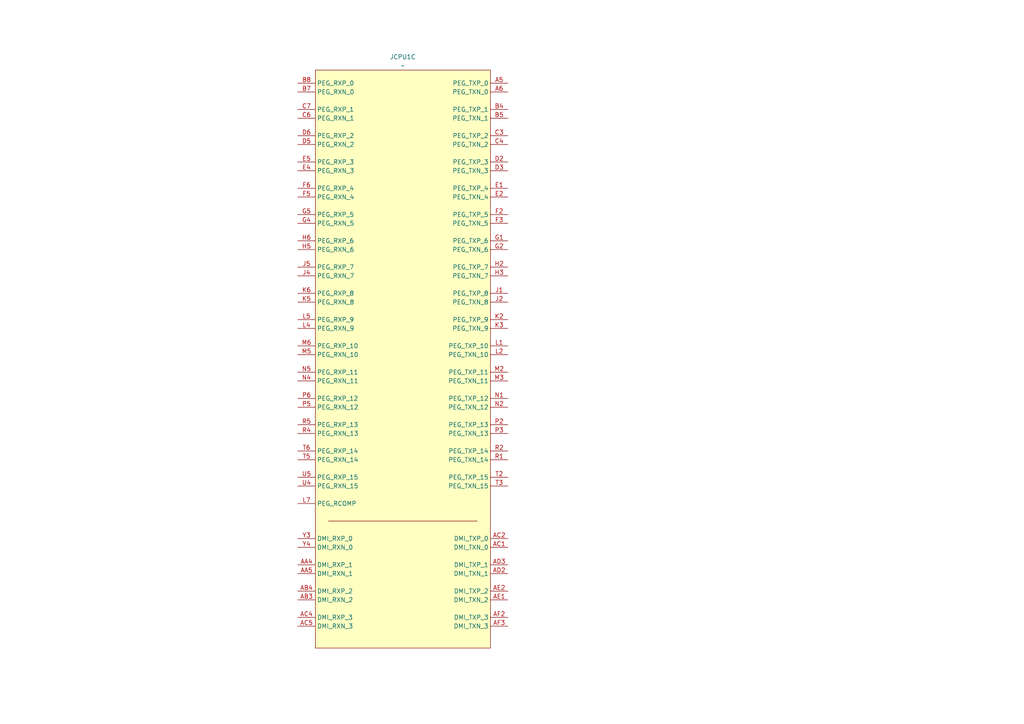
<source format=kicad_sch>
(kicad_sch (version 20250114) (generator "eeschema") (generator_version "9.0")
  (paper "A4")
  (title_block (title "CPU PCIe & DMI interface") (company "WifiCable"))
  (lib_symbols
    (symbol "A-my-stuff:Intel_CFL_1151"
      (property "Reference" "JCPU" (at -22.86 95.25 0))
      (symbol "Intel_CFL_1151_1_1"
        (pin input line (at -39.37 90.17 0) (length 5.08) (name "DDR0_DQ_0/DDR0_DQ_0") (number "AE38"))
        (pin input line (at -39.37 87.63 0) (length 5.08) (name "DDR0_DQ_1/DDR0_DQ_1") (number "AE37"))
        (pin input line (at -39.37 85.09 0) (length 5.08) (name "DDR0_DQ_2/DDR0_DQ_2") (number "AG38"))
        (pin input line (at -39.37 82.55 0) (length 5.08) (name "DDR0_DQ_3/DDR0_DQ_3") (number "AG37"))
        (pin input line (at -39.37 80.01 0) (length 5.08) (name "DDR0_DQ_4/DDR0_DQ_4") (number "AE39"))
        (pin input line (at -39.37 77.47 0) (length 5.08) (name "DDR0_DQ_5/DDR0_DQ_5") (number "AE40"))
        (pin input line (at -39.37 74.93 0) (length 5.08) (name "DDR0_DQ_6/DDR0_DQ_6") (number "AG39"))
        (pin input line (at -39.37 72.39 0) (length 5.08) (name "DDR0_DQ_7/DDR0_DQ_7") (number "AG40"))
        (pin input line (at -39.37 69.85 0) (length 5.08) (name "DDR0_DQ_8/DDR0_DQ_8") (number "AJ38"))
        (pin input line (at -39.37 67.31 0) (length 5.08) (name "DDR0_DQ_9/DDR0_DQ_9") (number "AJ37"))
        (pin input line (at -39.37 64.77 0) (length 5.08) (name "DDR0_DQ_10/DDR0_DQ_10") (number "AL38"))
        (pin input line (at -39.37 62.23 0) (length 5.08) (name "DDR0_DQ_11/DDR0_DQ_11") (number "AL37"))
        (pin input line (at -39.37 59.69 0) (length 5.08) (name "DDR0_DQ_12/DDR0_DQ_12") (number "AJ40"))
        (pin input line (at -39.37 57.15 0) (length 5.08) (name "DDR0_DQ_13/DDR0_DQ_13") (number "AJ39"))
        (pin input line (at -39.37 54.61 0) (length 5.08) (name "DDR0_DQ_14/DDR0_DQ_14") (number "AL39"))
        (pin input line (at -39.37 52.07 0) (length 5.08) (name "DDR0_DQ_15/DDR0_DQ_15") (number "AL40"))
        (pin input line (at -39.37 48.26 0) (length 5.08) (name "DDR0_DQ_16/DDR0_DQ_32") (number "AN38"))
        (pin input line (at -39.37 45.72 0) (length 5.08) (name "DDR0_DQ_17/DDR0_DQ_33") (number "AN40"))
        (pin input line (at -39.37 43.18 0) (length 5.08) (name "DDR0_DQ_18/DDR0_DQ_34") (number "AR38"))
        (pin input line (at -39.37 40.64 0) (length 5.08) (name "DDR0_DQ_19/DDR0_DQ_35") (number "AR37"))
        (pin input line (at -39.37 38.1 0) (length 5.08) (name "DDR0_DQ_20/DDR0_DQ_36") (number "AN39"))
        (pin input line (at -39.37 35.56 0) (length 5.08) (name "DDR0_DQ_21/DDR0_DQ_37") (number "AN37"))
        (pin input line (at -39.37 33.02 0) (length 5.08) (name "DDR0_DQ_22/DDR0_DQ_38") (number "AR39"))
        (pin input line (at -39.37 30.48 0) (length 5.08) (name "DDR0_DQ_23/DDR0_DQ_39") (number "AR40"))
        (pin input line (at -39.37 27.94 0) (length 5.08) (name "DDR0_DQ_24/DDR0_DQ_40") (number "AW37"))
        (pin input line (at -39.37 25.4 0) (length 5.08) (name "DDR0_DQ_25/DDR0_DQ_41") (number "AU38"))
        (pin input line (at -39.37 22.86 0) (length 5.08) (name "DDR0_DQ_26/DDR0_DQ_42") (number "AV35"))
        (pin input line (at -39.37 20.32 0) (length 5.08) (name "DDR0_DQ_27/DDR0_DQ_43") (number "AW35"))
        (pin input line (at -39.37 17.78 0) (length 5.08) (name "DDR0_DQ_28/DDR0_DQ_44") (number "AU37"))
        (pin input line (at -39.37 15.24 0) (length 5.08) (name "DDR0_DQ_29/DDR0_DQ_45") (number "AV37"))
        (pin input line (at -39.37 12.7 0) (length 5.08) (name "DDR0_DQ_30/DDR0_DQ_46") (number "AT35"))
        (pin input line (at -39.37 10.16 0) (length 5.08) (name "DDR0_DQ_31/DDR0_DQ_47") (number "AU35"))
        (pin input line (at -39.37 6.35 0) (length 5.08) (name "DDR0_DQ_32/DDR1_DQ_0") (number "AY8"))
        (pin input line (at -39.37 3.81 0) (length 5.08) (name "DDR0_DQ_33/DDR1_DQ_1") (number "AW8"))
        (pin input line (at -39.37 1.27 0) (length 5.08) (name "DDR0_DQ_34/DDR1_DQ_2") (number "AV6"))
        (pin input line (at -39.37 -1.27 0) (length 5.08) (name "DDR0_DQ_35/DDR1_DQ_3") (number "AU6"))
        (pin input line (at -39.37 -3.81 0) (length 5.08) (name "DDR0_DQ_36/DDR1_DQ_4") (number "AU8"))
        (pin input line (at -39.37 -6.35 0) (length 5.08) (name "DDR0_DQ_37/DDR1_DQ_5") (number "AV8"))
        (pin input line (at -39.37 -8.89 0) (length 5.08) (name "DDR0_DQ_38/DDR1_DQ_6") (number "AW6"))
        (pin input line (at -39.37 -11.43 0) (length 5.08) (name "DDR0_DQ_39/DDR1_DQ_7") (number "AY6"))
        (pin input line (at -39.37 -13.97 0) (length 5.08) (name "DDR0_DQ_40/DDR1_DQ_8") (number "AY4"))
        (pin input line (at -39.37 -16.51 0) (length 5.08) (name "DDR0_DQ_41/DDR1_DQ_9") (number "AV4"))
        (pin input line (at -39.37 -19.05 0) (length 5.08) (name "DDR0_DQ_42/DDR1_DQ_10") (number "AT1"))
        (pin input line (at -39.37 -21.59 0) (length 5.08) (name "DDR0_DQ_43/DDR1_DQ_11") (number "AT2"))
        (pin input line (at -39.37 -24.13 0) (length 5.08) (name "DDR0_DQ_44/DDR1_DQ_12") (number "AV3"))
        (pin input line (at -39.37 -26.67 0) (length 5.08) (name "DDR0_DQ_45/DDR1_DQ_13") (number "AW4"))
        (pin input line (at -39.37 -29.21 0) (length 5.08) (name "DDR0_DQ_46/DDR1_DQ_14") (number "AT4"))
        (pin input line (at -39.37 -31.75 0) (length 5.08) (name "DDR0_DQ_47/DDR1_DQ_15") (number "AT3"))
        (pin input line (at -39.37 -35.56 0) (length 5.08) (name "DDR0_DQ_48/DDR1_DQ_32") (number "AP2"))
        (pin input line (at -39.37 -38.1 0) (length 5.08) (name "DDR0_DQ_49/DDR1_DQ_33") (number "AM4"))
        (pin input line (at -39.37 -40.64 0) (length 5.08) (name "DDR0_DQ_50/DDR1_DQ_34") (number "AP3"))
        (pin input line (at -39.37 -43.18 0) (length 5.08) (name "DDR0_DQ_51/DDR1_DQ_35") (number "AM3"))
        (pin input line (at -39.37 -45.72 0) (length 5.08) (name "DDR0_DQ_52/DDR1_DQ_36") (number "AP4"))
        (pin input line (at -39.37 -48.26 0) (length 5.08) (name "DDR0_DQ_53/DDR1_DQ_37") (number "AM2"))
        (pin input line (at -39.37 -50.8 0) (length 5.08) (name "DDR0_DQ_54/DDR1_DQ_38") (number "AP1"))
        (pin input line (at -39.37 -53.34 0) (length 5.08) (name "DDR0_DQ_55/DDR1_DQ_39") (number "AM1"))
        (pin input line (at -39.37 -55.88 0) (length 5.08) (name "DDR0_DQ_56/DDR1_DQ_40") (number "AK3"))
        (pin input line (at -39.37 -58.42 0) (length 5.08) (name "DDR0_DQ_57/DDR1_DQ_41") (number "AH1"))
        (pin input line (at -39.37 -60.96 0) (length 5.08) (name "DDR0_DQ_58/DDR1_DQ_42") (number "AK4"))
        (pin input line (at -39.37 -63.5 0) (length 5.08) (name "DDR0_DQ_59/DDR1_DQ_43") (number "AH2"))
        (pin input line (at -39.37 -66.04 0) (length 5.08) (name "DDR0_DQ_60/DDR1_DQ_44") (number "AH4"))
        (pin input line (at -39.37 -68.58 0) (length 5.08) (name "DDR0_DQ_61/DDR1_DQ_45") (number "AK2"))
        (pin input line (at -39.37 -71.12 0) (length 5.08) (name "DDR0_DQ_62/DDR1_DQ_46") (number "AH3"))
        (pin input line (at -39.37 -73.66 0) (length 5.08) (name "DDR0_DQ_63/DDR1_DQ_47") (number "AK1"))
        (pin input line (at -39.37 -77.47 0) (length 5.08) (name "DDR0_ECC_0") (number "AU33"))
        (pin input line (at -39.37 -80.01 0) (length 5.08) (name "DDR0_ECC_1") (number "AT33"))
        (pin input line (at -39.37 -82.55 0) (length 5.08) (name "DDR0_ECC_2") (number "AW33"))
        (pin input line (at -39.37 -85.09 0) (length 5.08) (name "DDR0_ECC_3") (number "AV31"))
        (pin input line (at -39.37 -87.63 0) (length 5.08) (name "DDR0_ECC_4") (number "AU31"))
        (pin input line (at -39.37 -90.17 0) (length 5.08) (name "DDR0_ECC_5") (number "AV33"))
        (pin input line (at -39.37 -92.71 0) (length 5.08) (name "DDR0_ECC_6") (number "AW31"))
        (pin input line (at -39.37 -95.25 0) (length 5.08) (name "DDR0_ECC_7") (number "AY31"))
        (pin input line (at 39.37 90.17 180) (length 5.08) (name "DDR0_CKP_0") (number "AW18"))
        (pin input line (at 39.37 87.63 180) (length 5.08) (name "DDR0_CKN_0") (number "AV18"))
        (pin input line (at 39.37 85.09 180) (length 5.08) (name "DDR0_CKP_1") (number "AW17"))
        (pin input line (at 39.37 82.55 180) (length 5.08) (name "DDR0_CKN_1") (number "AY17"))
        (pin input line (at 39.37 80.01 180) (length 5.08) (name "DDR0_CKP_2") (number "AW16"))
        (pin input line (at 39.37 77.47 180) (length 5.08) (name "DDR0_CKN_2") (number "AV16"))
        (pin input line (at 39.37 74.93 180) (length 5.08) (name "DDR0_CKP_3") (number "AT16"))
        (pin input line (at 39.37 72.39 180) (length 5.08) (name "DDR0_CKN_3") (number "AU16"))
        (pin input line (at 39.37 67.31 180) (length 5.08) (name "DDR0_CKE_0") (number "AY24"))
        (pin input line (at 39.37 64.77 180) (length 5.08) (name "DDR0_CKE_1") (number "AW24"))
        (pin input line (at 39.37 62.23 180) (length 5.08) (name "DDR0_CKE_2") (number "AV24"))
        (pin input line (at 39.37 59.69 180) (length 5.08) (name "DDR0_CKE_3") (number "AV25"))
        (pin input line (at 39.37 54.61 180) (length 5.08) (name "DDR0_CS#_0") (number "AW12"))
        (pin input line (at 39.37 52.07 180) (length 5.08) (name "DDR0_CS#_1") (number "AU11"))
        (pin input line (at 39.37 49.53 180) (length 5.08) (name "DDR0_CS#_2") (number "AV13"))
        (pin input line (at 39.37 46.99 180) (length 5.08) (name "DDR0_CS#_3") (number "AV10"))
        (pin input line (at 39.37 41.91 180) (length 5.08) (name "DDR0_ODT_0") (number "AW11"))
        (pin input line (at 39.37 39.37 180) (length 5.08) (name "DDR0_ODT_1") (number "AU14"))
        (pin input line (at 39.37 36.83 180) (length 5.08) (name "DDR0_ODT_2") (number "AU12"))
        (pin input line (at 39.37 34.29 180) (length 5.08) (name "DDR0_ODT_3") (number "AY10"))
        (pin input line (at 39.37 29.21 180) (length 5.08) (name "DDR0_BA_0") (number "AY13"))
        (pin input line (at 39.37 26.67 180) (length 5.08) (name "DDR0_BA_1") (number "AV15"))
        (pin input line (at 39.37 24.13 180) (length 5.08) (name "DDR0_BG_0") (number "AW23"))
        (pin input line (at 39.37 19.05 180) (length 5.08) (name "DDR0_MA_16") (number "AW13"))
        (pin input line (at 39.37 16.51 180) (length 5.08) (name "DDR0_MA_14") (number "AV14"))
        (pin input line (at 39.37 13.97 180) (length 5.08) (name "DDR0_MA_15") (number "AY11"))
        (pin input line (at 39.37 8.89 180) (length 5.08) (name "DDR0_MA_0") (number "AW15"))
        (pin input line (at 39.37 6.35 180) (length 5.08) (name "DDR0_MA_1") (number "AU18"))
        (pin input line (at 39.37 3.81 180) (length 5.08) (name "DDR0_MA_2") (number "AU17"))
        (pin input line (at 39.37 1.27 180) (length 5.08) (name "DDR0_MA_3") (number "AV19"))
        (pin input line (at 39.37 -1.27 180) (length 5.08) (name "DDR0_MA_4") (number "AT19"))
        (pin input line (at 39.37 -3.81 180) (length 5.08) (name "DDR0_MA_5") (number "AU20"))
        (pin input line (at 39.37 -6.35 180) (length 5.08) (name "DDR0_MA_6") (number "AV20"))
        (pin input line (at 39.37 -8.89 180) (length 5.08) (name "DDR0_MA_7") (number "AU21"))
        (pin input line (at 39.37 -11.43 180) (length 5.08) (name "DDR0_MA_8") (number "AT20"))
        (pin input line (at 39.37 -13.97 180) (length 5.08) (name "DDR0_MA_9") (number "AT22"))
        (pin input line (at 39.37 -16.51 180) (length 5.08) (name "DDR0_MA_10") (number "AY14"))
        (pin input line (at 39.37 -19.05 180) (length 5.08) (name "DDR0_MA_11") (number "AU22"))
        (pin input line (at 39.37 -21.59 180) (length 5.08) (name "DDR0_MA_12") (number "AV22"))
        (pin input line (at 39.37 -24.13 180) (length 5.08) (name "DDR0_MA_13") (number "AV12"))
        (pin input line (at 39.37 -26.67 180) (length 5.08) (name "DDR0_BG_1") (number "AV23"))
        (pin input line (at 39.37 -29.21 180) (length 5.08) (name "DDR0_ACT#") (number "AU24"))
        (pin input line (at 39.37 -34.29 180) (length 5.08) (name "DDR0_PAR") (number "AY15"))
        (pin input line (at 39.37 -36.83 180) (length 5.08) (name "DDR0_ALERT#") (number "AT23"))
        (pin input line (at 39.37 -41.91 180) (length 5.08) (name "DDR0_DQSP_0/DDR0_DQSP_0") (number "AF38"))
        (pin input line (at 39.37 -44.45 180) (length 5.08) (name "DDR0_DQSN_0/DDR0_DQSN_0") (number "AF39"))
        (pin input line (at 39.37 -48.26 180) (length 5.08) (name "DDR0_DQSP_1/DDR0_DQSP_1") (number "AK38"))
        (pin input line (at 39.37 -50.8 180) (length 5.08) (name "DDR0_DQSN_1/DDR0_DQSN_1") (number "AK39"))
        (pin input line (at 39.37 -54.61 180) (length 5.08) (name "DDR0_DQSP_2/DDR0_DQSP_4") (number "AP38"))
        (pin input line (at 39.37 -57.15 180) (length 5.08) (name "DDR0_DQSN_2/DDR0_DQSN_4") (number "AP39"))
        (pin input line (at 39.37 -60.96 180) (length 5.08) (name "DDR0_DQSP_3/DDR0_DQSP_5") (number "AV36"))
        (pin input line (at 39.37 -63.5 180) (length 5.08) (name "DDR0_DQSN_3/DDR0_DQSN_5") (number "AU36"))
        (pin input line (at 39.37 -67.31 180) (length 5.08) (name "DDR0_DQSP_4/DDR1_DQSP_0") (number "AV7"))
        (pin input line (at 39.37 -69.85 180) (length 5.08) (name "DDR0_DQSN_4/DDR1_DQSN_0") (number "AW7"))
        (pin input line (at 39.37 -73.66 180) (length 5.08) (name "DDR0_DQSP_5/DDR1_DQSP_1") (number "AU2"))
        (pin input line (at 39.37 -76.2 180) (length 5.08) (name "DDR0_DQSN_5/DDR1_DQSN_1") (number "AU3"))
        (pin input line (at 39.37 -80.01 180) (length 5.08) (name "DDR0_DQSP_6/DDR1_DQSP_4") (number "AN2"))
        (pin input line (at 39.37 -82.55 180) (length 5.08) (name "DDR0_DQSN_6/DDR1_DQSN_4") (number "AN3"))
        (pin input line (at 39.37 -86.36 180) (length 5.08) (name "DDR0_DQSP_7/DDR1_DQSP_5") (number "AJ2"))
        (pin input line (at 39.37 -88.9 180) (length 5.08) (name "DDR0_DQSN_7/DDR1_DQSN_5") (number "AJ3"))
        (pin input line (at 39.37 -92.71 180) (length 5.08) (name "DDR0_DQSP_8/DDR0_DQSP_8") (number "AV32"))
        (pin input line (at 39.37 -95.25 180) (length 5.08) (name "DDR0_DQSN_8/DDR0_DQSN_8") (number "AU32"))
      )
      (symbol "Intel_CFL_1151_2_1"
        (pin input line (at -39.37 90.17 0) (length 5.08) (name "DDR1_DQ_0/DDR0_DQ_16") (number "AD34"))
        (pin input line (at -39.37 87.63 0) (length 5.08) (name "DDR1_DQ_1/DDR0_DQ_17") (number "AD35"))
        (pin input line (at -39.37 85.09 0) (length 5.08) (name "DDR1_DQ_2/DDR0_DQ_18") (number "AG35"))
        (pin input line (at -39.37 82.55 0) (length 5.08) (name "DDR1_DQ_3/DDR0_DQ_19") (number "AH35"))
        (pin input line (at -39.37 80.01 0) (length 5.08) (name "DDR1_DQ_4/DDR0_DQ_20") (number "AE35"))
        (pin input line (at -39.37 77.47 0) (length 5.08) (name "DDR1_DQ_5/DDR0_DQ_21") (number "AE34"))
        (pin input line (at -39.37 74.93 0) (length 5.08) (name "DDR1_DQ_6/DDR0_DQ_22") (number "AG34"))
        (pin input line (at -39.37 72.39 0) (length 5.08) (name "DDR1_DQ_7/DDR0_DQ_23") (number "AH34"))
        (pin input line (at -39.37 69.85 0) (length 5.08) (name "DDR1_DQ_8/DDR0_DQ_24") (number "AK35"))
        (pin input line (at -39.37 67.31 0) (length 5.08) (name "DDR1_DQ_9/DDR0_DQ_25") (number "AL35"))
        (pin input line (at -39.37 64.77 0) (length 5.08) (name "DDR1_DQ_10/DDR0_DQ_26") (number "AK32"))
        (pin input line (at -39.37 62.23 0) (length 5.08) (name "DDR1_DQ_11/DDR0_DQ_27") (number "AL32"))
        (pin input line (at -39.37 59.69 0) (length 5.08) (name "DDR1_DQ_12/DDR0_DQ_28") (number "AK34"))
        (pin input line (at -39.37 57.15 0) (length 5.08) (name "DDR1_DQ_13/DDR0_DQ_29") (number "AL34"))
        (pin input line (at -39.37 54.61 0) (length 5.08) (name "DDR1_DQ_14/DDR0_DQ_30") (number "AK31"))
        (pin input line (at -39.37 52.07 0) (length 5.08) (name "DDR1_DQ_15/DDR0_DQ_31") (number "AL31"))
        (pin input line (at -39.37 48.26 0) (length 5.08) (name "DDR1_DQ_16/DDR0_DQ_48") (number "AP35"))
        (pin input line (at -39.37 45.72 0) (length 5.08) (name "DDR1_DQ_17/DDR0_DQ_49") (number "AN35"))
        (pin input line (at -39.37 43.18 0) (length 5.08) (name "DDR1_DQ_18/DDR0_DQ_50") (number "AN32"))
        (pin input line (at -39.37 40.64 0) (length 5.08) (name "DDR1_DQ_19/DDR0_DQ_51") (number "AP32"))
        (pin input line (at -39.37 38.1 0) (length 5.08) (name "DDR1_DQ_20/DDR0_DQ_52") (number "AN34"))
        (pin input line (at -39.37 35.56 0) (length 5.08) (name "DDR1_DQ_21/DDR0_DQ_53") (number "AP34"))
        (pin input line (at -39.37 33.02 0) (length 5.08) (name "DDR1_DQ_22/DDR0_DQ_54") (number "AN31"))
        (pin input line (at -39.37 30.48 0) (length 5.08) (name "DDR1_DQ_23/DDR0_DQ_55") (number "AP31"))
        (pin input line (at -39.37 27.94 0) (length 5.08) (name "DDR1_DQ_24/DDR0_DQ_56") (number "AL29"))
        (pin input line (at -39.37 25.4 0) (length 5.08) (name "DDR1_DQ_25/DDR0_DQ_57") (number "AM29"))
        (pin input line (at -39.37 22.86 0) (length 5.08) (name "DDR1_DQ_26/DDR0_DQ_58") (number "AP29"))
        (pin input line (at -39.37 20.32 0) (length 5.08) (name "DDR1_DQ_27/DDR0_DQ_59") (number "AR29"))
        (pin input line (at -39.37 17.78 0) (length 5.08) (name "DDR1_DQ_28/DDR0_DQ_60") (number "AM28"))
        (pin input line (at -39.37 15.24 0) (length 5.08) (name "DDR1_DQ_29/DDR0_DQ_61") (number "AL28"))
        (pin input line (at -39.37 12.7 0) (length 5.08) (name "DDR1_DQ_30/DDR0_DQ_62") (number "AR28"))
        (pin input line (at -39.37 10.16 0) (length 5.08) (name "DDR1_DQ_31/DDR0_DQ_63") (number "AP28"))
        (pin input line (at -39.37 6.35 0) (length 5.08) (name "DDR1_DQ_32/DDR1_DQ_16") (number "AR12"))
        (pin input line (at -39.37 3.81 0) (length 5.08) (name "DDR1_DQ_33/DDR1_DQ_17") (number "AP12"))
        (pin input line (at -39.37 1.27 0) (length 5.08) (name "DDR1_DQ_34/DDR1_DQ_18") (number "AM13"))
        (pin input line (at -39.37 -1.27 0) (length 5.08) (name "DDR1_DQ_35/DDR1_DQ_19") (number "AL13"))
        (pin input line (at -39.37 -3.81 0) (length 5.08) (name "DDR1_DQ_36/DDR1_DQ_20") (number "AR13"))
        (pin input line (at -39.37 -6.35 0) (length 5.08) (name "DDR1_DQ_37/DDR1_DQ_21") (number "AP13"))
        (pin input line (at -39.37 -8.89 0) (length 5.08) (name "DDR1_DQ_38/DDR1_DQ_22") (number "AM12"))
        (pin input line (at -39.37 -11.43 0) (length 5.08) (name "DDR1_DQ_39/DDR1_DQ_23") (number "AL12"))
        (pin input line (at -39.37 -13.97 0) (length 5.08) (name "DDR1_DQ_40/DDR1_DQ_24") (number "AP10"))
        (pin input line (at -39.37 -16.51 0) (length 5.08) (name "DDR1_DQ_41/DDR1_DQ_25") (number "AR10"))
        (pin input line (at -39.37 -19.05 0) (length 5.08) (name "DDR1_DQ_42/DDR1_DQ_26") (number "AR7"))
        (pin input line (at -39.37 -21.59 0) (length 5.08) (name "DDR1_DQ_43/DDR1_DQ_27") (number "AP7"))
        (pin input line (at -39.37 -24.13 0) (length 5.08) (name "DDR1_DQ_44/DDR1_DQ_28") (number "AR9"))
        (pin input line (at -39.37 -26.67 0) (length 5.08) (name "DDR1_DQ_45/DDR1_DQ_29") (number "AP9"))
        (pin input line (at -39.37 -29.21 0) (length 5.08) (name "DDR1_DQ_46/DDR1_DQ_30") (number "AR6"))
        (pin input line (at -39.37 -31.75 0) (length 5.08) (name "DDR1_DQ_47/DDR1_DQ_31") (number "AP6"))
        (pin input line (at -39.37 -35.56 0) (length 5.08) (name "DDR1_DQ_48/DDR1_DQ_48") (number "AM10"))
        (pin input line (at -39.37 -38.1 0) (length 5.08) (name "DDR1_DQ_49/DDR1_DQ_49") (number "AL10"))
        (pin input line (at -39.37 -40.64 0) (length 5.08) (name "DDR1_DQ_50/DDR1_DQ_50") (number "AM7"))
        (pin input line (at -39.37 -43.18 0) (length 5.08) (name "DDR1_DQ_51/DDR1_DQ_51") (number "AL7"))
        (pin input line (at -39.37 -45.72 0) (length 5.08) (name "DDR1_DQ_52/DDR1_DQ_52") (number "AM9"))
        (pin input line (at -39.37 -48.26 0) (length 5.08) (name "DDR1_DQ_53/DDR1_DQ_53") (number "AL9"))
        (pin input line (at -39.37 -50.8 0) (length 5.08) (name "DDR1_DQ_54/DDR1_DQ_54") (number "AM6"))
        (pin input line (at -39.37 -53.34 0) (length 5.08) (name "DDR1_DQ_55/DDR1_DQ_55") (number "AL6"))
        (pin input line (at -39.37 -55.88 0) (length 5.08) (name "DDR1_DQ_56/DDR1_DQ_56") (number "AJ6"))
        (pin input line (at -39.37 -58.42 0) (length 5.08) (name "DDR1_DQ_57/DDR1_DQ_57") (number "AJ7"))
        (pin input line (at -39.37 -60.96 0) (length 5.08) (name "DDR1_DQ_58/DDR1_DQ_58") (number "AE6"))
        (pin input line (at -39.37 -63.5 0) (length 5.08) (name "DDR1_DQ_59/DDR1_DQ_59") (number "AF7"))
        (pin input line (at -39.37 -66.04 0) (length 5.08) (name "DDR1_DQ_60/DDR1_DQ_60") (number "AH7"))
        (pin input line (at -39.37 -68.58 0) (length 5.08) (name "DDR1_DQ_61/DDR1_DQ_61") (number "AH6"))
        (pin input line (at -39.37 -71.12 0) (length 5.08) (name "DDR1_DQ_62/DDR1_DQ_62") (number "AE7"))
        (pin input line (at -39.37 -73.66 0) (length 5.08) (name "DDR1_DQ_63/DDR1_DQ_63") (number "AF6"))
        (pin input line (at -39.37 -77.47 0) (length 5.08) (name "DDR1_ECC_0") (number "AR25"))
        (pin input line (at -39.37 -80.01 0) (length 5.08) (name "DDR1_ECC_1") (number "AR26"))
        (pin input line (at -39.37 -82.55 0) (length 5.08) (name "DDR1_ECC_2") (number "AM26"))
        (pin input line (at -39.37 -85.09 0) (length 5.08) (name "DDR1_ECC_3") (number "AM25"))
        (pin input line (at -39.37 -87.63 0) (length 5.08) (name "DDR1_ECC_4") (number "AP26"))
        (pin input line (at -39.37 -90.17 0) (length 5.08) (name "DDR1_ECC_5") (number "AP25"))
        (pin input line (at -39.37 -92.71 0) (length 5.08) (name "DDR1_ECC_6") (number "AL25"))
        (pin input line (at -39.37 -95.25 0) (length 5.08) (name "DDR1_ECC_7") (number "AL26"))
        (pin input line (at 39.37 90.17 180) (length 5.08) (name "DDR1_CKP_0") (number "AM20"))
        (pin input line (at 39.37 87.63 180) (length 5.08) (name "DDR1_CKN_0") (number "AM21"))
        (pin input line (at 39.37 85.09 180) (length 5.08) (name "DDR1_CKP_1") (number "AP22"))
        (pin input line (at 39.37 82.55 180) (length 5.08) (name "DDR1_CKN_1") (number "AP21"))
        (pin input line (at 39.37 80.01 180) (length 5.08) (name "DDR1_CKP_2") (number "AN20"))
        (pin input line (at 39.37 77.47 180) (length 5.08) (name "DDR1_CKN_2") (number "AN21"))
        (pin input line (at 39.37 74.93 180) (length 5.08) (name "DDR1_CKP_3") (number "AP19"))
        (pin input line (at 39.37 72.39 180) (length 5.08) (name "DDR1_CKN_3") (number "AP20"))
        (pin input line (at 39.37 67.31 180) (length 5.08) (name "DDR1_CKE_0") (number "AY29"))
        (pin input line (at 39.37 64.77 180) (length 5.08) (name "DDR1_CKE_1") (number "AV29"))
        (pin input line (at 39.37 62.23 180) (length 5.08) (name "DDR1_CKE_2") (number "AW29"))
        (pin input line (at 39.37 59.69 180) (length 5.08) (name "DDR1_CKE_3") (number "AU29"))
        (pin input line (at 39.37 54.61 180) (length 5.08) (name "DDR1_CS#_0") (number "AP17"))
        (pin input line (at 39.37 52.07 180) (length 5.08) (name "DDR1_CS#_1") (number "AN15"))
        (pin input line (at 39.37 49.53 180) (length 5.08) (name "DDR1_CS#_2") (number "AN17"))
        (pin input line (at 39.37 46.99 180) (length 5.08) (name "DDR1_CS#_3") (number "AM15"))
        (pin input line (at 39.37 41.91 180) (length 5.08) (name "DDR1_ODT_0") (number "AM16"))
        (pin input line (at 39.37 39.37 180) (length 5.08) (name "DDR1_ODT_1") (number "AL16"))
        (pin input line (at 39.37 36.83 180) (length 5.08) (name "DDR1_ODT_2") (number "AP15"))
        (pin input line (at 39.37 34.29 180) (length 5.08) (name "DDR1_ODT_3") (number "AL15"))
        (pin input line (at 39.37 29.21 180) (length 5.08) (name "DDR1_BA_0") (number "AL18"))
        (pin input line (at 39.37 26.67 180) (length 5.08) (name "DDR1_BA_1") (number "AM18"))
        (pin input line (at 39.37 24.13 180) (length 5.08) (name "DDR1_BG_0") (number "AW28"))
        (pin input line (at 39.37 19.05 180) (length 5.08) (name "DDR1_MA_16") (number "AN18"))
        (pin input line (at 39.37 16.51 180) (length 5.08) (name "DDR1_MA_14") (number "AL17"))
        (pin input line (at 39.37 13.97 180) (length 5.08) (name "DDR1_MA_15") (number "AP16"))
        (pin input line (at 39.37 8.89 180) (length 5.08) (name "DDR1_MA_0") (number "AL19"))
        (pin input line (at 39.37 6.35 180) (length 5.08) (name "DDR1_MA_1") (number "AL22"))
        (pin input line (at 39.37 3.81 180) (length 5.08) (name "DDR1_MA_2") (number "AM22"))
        (pin input line (at 39.37 1.27 180) (length 5.08) (name "DDR1_MA_3") (number "AM23"))
        (pin input line (at 39.37 -1.27 180) (length 5.08) (name "DDR1_MA_4") (number "AP23"))
        (pin input line (at 39.37 -3.81 180) (length 5.08) (name "DDR1_MA_5") (number "AL23"))
        (pin input line (at 39.37 -6.35 180) (length 5.08) (name "DDR1_MA_6") (number "AW26"))
        (pin input line (at 39.37 -8.89 180) (length 5.08) (name "DDR1_MA_7") (number "AY26"))
        (pin input line (at 39.37 -11.43 180) (length 5.08) (name "DDR1_MA_8") (number "AU26"))
        (pin input line (at 39.37 -13.97 180) (length 5.08) (name "DDR1_MA_9") (number "AW27"))
        (pin input line (at 39.37 -16.51 180) (length 5.08) (name "DDR1_MA_10") (number "AP18"))
        (pin input line (at 39.37 -19.05 180) (length 5.08) (name "DDR1_MA_11") (number "AU27"))
        (pin input line (at 39.37 -21.59 180) (length 5.08) (name "DDR1_MA_12") (number "AV27"))
        (pin input line (at 39.37 -24.13 180) (length 5.08) (name "DDR1_MA_13") (number "AR15"))
        (pin input line (at 39.37 -26.67 180) (length 5.08) (name "DDR1_BG_1") (number "AY28"))
        (pin input line (at 39.37 -29.21 180) (length 5.08) (name "DDR1_ACT#") (number "AU28"))
        (pin input line (at 39.37 -34.29 180) (length 5.08) (name "DDR1_PAR") (number "AL20"))
        (pin input line (at 39.37 -36.83 180) (length 5.08) (name "DDR1_ALERT#") (number "AY25"))
        (pin input line (at 39.37 -41.91 180) (length 5.08) (name "DDR1_DQSP_0/DDR0_DQSP_2") (number "AF35"))
        (pin input line (at 39.37 -44.45 180) (length 5.08) (name "DDR1_DQSN_0/DDR0_DQSN_2") (number "AF34"))
        (pin input line (at 39.37 -48.26 180) (length 5.08) (name "DDR1_DQSP_1/DDR0_DQSP_3") (number "AL33"))
        (pin input line (at 39.37 -50.8 180) (length 5.08) (name "DDR1_DQSN_1/DDR0_DQSN_3") (number "AK33"))
        (pin input line (at 39.37 -54.61 180) (length 5.08) (name "DDR1_DQSP_2/DDR0_DQSP_6") (number "AP33"))
        (pin input line (at 39.37 -57.15 180) (length 5.08) (name "DDR1_DQSN_2/DDR0_DQSN_6") (number "AN33"))
        (pin input line (at 39.37 -60.96 180) (length 5.08) (name "DDR1_DQSP_3/DDR0_DQSP_7") (number "AN28"))
        (pin input line (at 39.37 -63.5 180) (length 5.08) (name "DDR1_DQSN_3/DDR0_DQSN_7") (number "AN29"))
        (pin input line (at 39.37 -67.31 180) (length 5.08) (name "DDR1_DQSP_4/DDR1_DQSP_2") (number "AN12"))
        (pin input line (at 39.37 -69.85 180) (length 5.08) (name "DDR1_DQSN_4/DDR1_DQSN_2") (number "AN13"))
        (pin input line (at 39.37 -73.66 180) (length 5.08) (name "DDR1_DQSP_5/DDR1_DQSP_3") (number "AP8"))
        (pin input line (at 39.37 -76.2 180) (length 5.08) (name "DDR1_DQSN_5/DDR1_DQSN_3") (number "AR8"))
        (pin input line (at 39.37 -80.01 180) (length 5.08) (name "DDR1_DQSP_6/DDR1_DQSP_6") (number "AL8"))
        (pin input line (at 39.37 -82.55 180) (length 5.08) (name "DDR1_DQSN_6/DDR1_DQSN_6") (number "AM8"))
        (pin input line (at 39.37 -86.36 180) (length 5.08) (name "DDR1_DQSP_7/DDR1_DQSP_7") (number "AG7"))
        (pin input line (at 39.37 -88.9 180) (length 5.08) (name "DDR1_DQSN_7/DDR1_DQSN_7") (number "AG6"))
        (pin input line (at 39.37 -92.71 180) (length 5.08) (name "DDR1_DQSP_8/DDR1_DQSP_8") (number "AN25"))
        (pin input line (at 39.37 -95.25 180) (length 5.08) (name "DDR1_DQSN_8/DDR1_DQSN_8") (number "AN26"))
        (pin input line (at 39.37 -100.33 180) (length 5.08) (name "DDR_VREF_CA") (number "AB40"))
        (pin input line (at 39.37 -102.87 180) (length 5.08) (name "DDR0_VREF_DQ") (number "AC40"))
        (pin input line (at 39.37 -105.41 180) (length 5.08) (name "DDR1_VREF_DQ") (number "AC39"))
      )
      (symbol "Intel_CFL_1151_3_1"
        (pin input line (at -30.48 90.17 0) (length 5.08) (name "PEG_RXP_0") (number "B8"))
        (pin input line (at -30.48 87.63 0) (length 5.08) (name "PEG_RXN_0") (number "B7"))
        (pin input line (at -30.48 82.55 0) (length 5.08) (name "PEG_RXP_1") (number "C7"))
        (pin input line (at -30.48 80.01 0) (length 5.08) (name "PEG_RXN_1") (number "C6"))
        (pin input line (at -30.48 74.93 0) (length 5.08) (name "PEG_RXP_2") (number "D6"))
        (pin input line (at -30.48 72.39 0) (length 5.08) (name "PEG_RXN_2") (number "D5"))
        (pin input line (at -30.48 67.31 0) (length 5.08) (name "PEG_RXP_3") (number "E5"))
        (pin input line (at -30.48 64.77 0) (length 5.08) (name "PEG_RXN_3") (number "E4"))
        (pin input line (at -30.48 59.69 0) (length 5.08) (name "PEG_RXP_4") (number "F6"))
        (pin input line (at -30.48 57.15 0) (length 5.08) (name "PEG_RXN_4") (number "F5"))
        (pin input line (at -30.48 52.07 0) (length 5.08) (name "PEG_RXP_5") (number "G5"))
        (pin input line (at -30.48 49.53 0) (length 5.08) (name "PEG_RXN_5") (number "G4"))
        (pin input line (at -30.48 44.45 0) (length 5.08) (name "PEG_RXP_6") (number "H6"))
        (pin input line (at -30.48 41.91 0) (length 5.08) (name "PEG_RXN_6") (number "H5"))
        (pin input line (at -30.48 36.83 0) (length 5.08) (name "PEG_RXP_7") (number "J5"))
        (pin input line (at -30.48 34.29 0) (length 5.08) (name "PEG_RXN_7") (number "J4"))
        (pin input line (at -30.48 29.21 0) (length 5.08) (name "PEG_RXP_8") (number "K6"))
        (pin input line (at -30.48 26.67 0) (length 5.08) (name "PEG_RXN_8") (number "K5"))
        (pin input line (at -30.48 21.59 0) (length 5.08) (name "PEG_RXP_9") (number "L5"))
        (pin input line (at -30.48 19.05 0) (length 5.08) (name "PEG_RXN_9") (number "L4"))
        (pin input line (at -30.48 13.97 0) (length 5.08) (name "PEG_RXP_10") (number "M6"))
        (pin input line (at -30.48 11.43 0) (length 5.08) (name "PEG_RXN_10") (number "M5"))
        (pin input line (at -30.48 6.35 0) (length 5.08) (name "PEG_RXP_11") (number "N5"))
        (pin input line (at -30.48 3.81 0) (length 5.08) (name "PEG_RXN_11") (number "N4"))
        (pin input line (at -30.48 -1.27 0) (length 5.08) (name "PEG_RXP_12") (number "P6"))
        (pin input line (at -30.48 -3.81 0) (length 5.08) (name "PEG_RXN_12") (number "P5"))
        (pin input line (at -30.48 -8.89 0) (length 5.08) (name "PEG_RXP_13") (number "R5"))
        (pin input line (at -30.48 -11.43 0) (length 5.08) (name "PEG_RXN_13") (number "R4"))
        (pin input line (at -30.48 -16.51 0) (length 5.08) (name "PEG_RXP_14") (number "T6"))
        (pin input line (at -30.48 -19.05 0) (length 5.08) (name "PEG_RXN_14") (number "T5"))
        (pin input line (at -30.48 -24.13 0) (length 5.08) (name "PEG_RXP_15") (number "U5"))
        (pin input line (at -30.48 -26.67 0) (length 5.08) (name "PEG_RXN_15") (number "U4"))
        (pin input line (at -30.48 -31.75 0) (length 5.08) (name "PEG_RCOMP") (number "L7"))
        (pin input line (at -30.48 -41.91 0) (length 5.08) (name "DMI_RXP_0") (number "Y3"))
        (pin input line (at -30.48 -44.45 0) (length 5.08) (name "DMI_RXN_0") (number "Y4"))
        (pin input line (at -30.48 -49.53 0) (length 5.08) (name "DMI_RXP_1") (number "AA4"))
        (pin input line (at -30.48 -52.07 0) (length 5.08) (name "DMI_RXN_1") (number "AA5"))
        (pin input line (at -30.48 -57.15 0) (length 5.08) (name "DMI_RXP_2") (number "AB4"))
        (pin input line (at -30.48 -59.69 0) (length 5.08) (name "DMI_RXN_2") (number "AB3"))
        (pin input line (at -30.48 -64.77 0) (length 5.08) (name "DMI_RXP_3") (number "AC4"))
        (pin input line (at -30.48 -67.31 0) (length 5.08) (name "DMI_RXN_3") (number "AC5"))
        (pin input line (at 30.48 90.17 180) (length 5.08) (name "PEG_TXP_0") (number "A5"))
        (pin input line (at 30.48 87.63 180) (length 5.08) (name "PEG_TXN_0") (number "A6"))
        (pin input line (at 30.48 82.55 180) (length 5.08) (name "PEG_TXP_1") (number "B4"))
        (pin input line (at 30.48 80.01 180) (length 5.08) (name "PEG_TXN_1") (number "B5"))
        (pin input line (at 30.48 74.93 180) (length 5.08) (name "PEG_TXP_2") (number "C3"))
        (pin input line (at 30.48 72.39 180) (length 5.08) (name "PEG_TXN_2") (number "C4"))
        (pin input line (at 30.48 67.31 180) (length 5.08) (name "PEG_TXP_3") (number "D2"))
        (pin input line (at 30.48 64.77 180) (length 5.08) (name "PEG_TXN_3") (number "D3"))
        (pin input line (at 30.48 59.69 180) (length 5.08) (name "PEG_TXP_4") (number "E1"))
        (pin input line (at 30.48 57.15 180) (length 5.08) (name "PEG_TXN_4") (number "E2"))
        (pin input line (at 30.48 52.07 180) (length 5.08) (name "PEG_TXP_5") (number "F2"))
        (pin input line (at 30.48 49.53 180) (length 5.08) (name "PEG_TXN_5") (number "F3"))
        (pin input line (at 30.48 44.45 180) (length 5.08) (name "PEG_TXP_6") (number "G1"))
        (pin input line (at 30.48 41.91 180) (length 5.08) (name "PEG_TXN_6") (number "G2"))
        (pin input line (at 30.48 36.83 180) (length 5.08) (name "PEG_TXP_7") (number "H2"))
        (pin input line (at 30.48 34.29 180) (length 5.08) (name "PEG_TXN_7") (number "H3"))
        (pin input line (at 30.48 29.21 180) (length 5.08) (name "PEG_TXP_8") (number "J1"))
        (pin input line (at 30.48 26.67 180) (length 5.08) (name "PEG_TXN_8") (number "J2"))
        (pin input line (at 30.48 21.59 180) (length 5.08) (name "PEG_TXP_9") (number "K2"))
        (pin input line (at 30.48 19.05 180) (length 5.08) (name "PEG_TXN_9") (number "K3"))
        (pin input line (at 30.48 13.97 180) (length 5.08) (name "PEG_TXP_10") (number "L1"))
        (pin input line (at 30.48 11.43 180) (length 5.08) (name "PEG_TXN_10") (number "L2"))
        (pin input line (at 30.48 6.35 180) (length 5.08) (name "PEG_TXP_11") (number "M2"))
        (pin input line (at 30.48 3.81 180) (length 5.08) (name "PEG_TXN_11") (number "M3"))
        (pin input line (at 30.48 -1.27 180) (length 5.08) (name "PEG_TXP_12") (number "N1"))
        (pin input line (at 30.48 -3.81 180) (length 5.08) (name "PEG_TXN_12") (number "N2"))
        (pin input line (at 30.48 -8.89 180) (length 5.08) (name "PEG_TXP_13") (number "P2"))
        (pin input line (at 30.48 -11.43 180) (length 5.08) (name "PEG_TXN_13") (number "P3"))
        (pin input line (at 30.48 -16.51 180) (length 5.08) (name "PEG_TXP_14") (number "R2"))
        (pin input line (at 30.48 -19.05 180) (length 5.08) (name "PEG_TXN_14") (number "R1"))
        (pin input line (at 30.48 -24.13 180) (length 5.08) (name "PEG_TXP_15") (number "T2"))
        (pin input line (at 30.48 -26.67 180) (length 5.08) (name "PEG_TXN_15") (number "T3"))
        (pin input line (at 30.48 -41.91 180) (length 5.08) (name "DMI_TXP_0") (number "AC2"))
        (pin input line (at 30.48 -44.45 180) (length 5.08) (name "DMI_TXN_0") (number "AC1"))
        (pin input line (at 30.48 -49.53 180) (length 5.08) (name "DMI_TXP_1") (number "AD3"))
        (pin input line (at 30.48 -52.07 180) (length 5.08) (name "DMI_TXN_1") (number "AD2"))
        (pin input line (at 30.48 -57.15 180) (length 5.08) (name "DMI_TXP_2") (number "AE2"))
        (pin input line (at 30.48 -59.69 180) (length 5.08) (name "DMI_TXN_2") (number "AE1"))
        (pin input line (at 30.48 -64.77 180) (length 5.08) (name "DMI_TXP_3") (number "AF2"))
        (pin input line (at 30.48 -67.31 180) (length 5.08) (name "DMI_TXN_3") (number "AF3"))
      )
      (symbol "Intel_CFL_1151_4_1"
        (pin input line (at -30.48 90.17 0) (length 5.08) (name "DDI1_TXP_0") (number "C21"))
        (pin input line (at -30.48 87.63 0) (length 5.08) (name "DDI1_TXN_0") (number "D21"))
        (pin input line (at -30.48 85.09 0) (length 5.08) (name "DDI1_TXP_1") (number "D22"))
        (pin input line (at -30.48 82.55 0) (length 5.08) (name "DDI1_TXN_1") (number "E22"))
        (pin input line (at -30.48 80.01 0) (length 5.08) (name "DDI1_TXP_2") (number "B23"))
        (pin input line (at -30.48 77.47 0) (length 5.08) (name "DDI1_TXN_2") (number "A23"))
        (pin input line (at -30.48 74.93 0) (length 5.08) (name "DDI1_TXP_3") (number "C23"))
        (pin input line (at -30.48 72.39 0) (length 5.08) (name "DDI1_TXN_3") (number "D23"))
        (pin input line (at -30.48 67.31 0) (length 5.08) (name "DDI1_AUXP") (number "B13"))
        (pin input line (at -30.48 64.77 0) (length 5.08) (name "DDI1_AUXN") (number "C13"))
        (pin input line (at -30.48 57.15 0) (length 5.08) (name "DDI2_TXP_0") (number "B18"))
        (pin input line (at -30.48 54.61 0) (length 5.08) (name "DDI2_TXN_0") (number "A18"))
        (pin input line (at -30.48 52.07 0) (length 5.08) (name "DDI2_TXP_1") (number "D18"))
        (pin input line (at -30.48 49.53 0) (length 5.08) (name "DDI2_TXN_1") (number "E18"))
        (pin input line (at -30.48 46.99 0) (length 5.08) (name "DDI2_TXP_2") (number "C19"))
        (pin input line (at -30.48 44.45 0) (length 5.08) (name "DDI2_TXN_2") (number "D19"))
        (pin input line (at -30.48 41.91 0) (length 5.08) (name "DDI2_TXP_3") (number "D20"))
        (pin input line (at -30.48 39.37 0) (length 5.08) (name "DDI2_TXN_3") (number "E20"))
        (pin input line (at -30.48 34.29 0) (length 5.08) (name "DDI2_AUXP") (number "A12"))
        (pin input line (at -30.48 31.75 0) (length 5.08) (name "DDI2_AUXN") (number "B12"))
        (pin input line (at -30.48 24.13 0) (length 5.08) (name "DDI3_TXP_0") (number "B14"))
        (pin input line (at -30.48 21.59 0) (length 5.08) (name "DDI3_TXN_0") (number "A14"))
        (pin input line (at -30.48 19.05 0) (length 5.08) (name "DDI3_TXP_1") (number "C15"))
        (pin input line (at -30.48 16.51 0) (length 5.08) (name "DDI3_TXN_1") (number "B15"))
        (pin input line (at -30.48 13.97 0) (length 5.08) (name "DDI3_TXP_2") (number "B16"))
        (pin input line (at -30.48 11.43 0) (length 5.08) (name "DDI3_TXN_2") (number "A16"))
        (pin input line (at -30.48 8.89 0) (length 5.08) (name "DDI3_TXP_3") (number "C17"))
        (pin input line (at -30.48 6.35 0) (length 5.08) (name "DDI3_TXN_3") (number "B17"))
        (pin input line (at -30.48 1.27 0) (length 5.08) (name "DDI3_AUXP") (number "B11"))
        (pin input line (at -30.48 -1.27 0) (length 5.08) (name "DDI3_AUXN") (number "C11"))
        (pin input line (at 30.48 90.17 180) (length 5.08) (name "EDP_TXP_0") (number "E10"))
        (pin input line (at 30.48 87.63 180) (length 5.08) (name "EDP_TXN_0") (number "D10"))
        (pin input line (at 30.48 85.09 180) (length 5.08) (name "EDP_TXP_1") (number "D9"))
        (pin input line (at 30.48 82.55 180) (length 5.08) (name "EDP_TXN_1") (number "C9"))
        (pin input line (at 30.48 80.01 180) (length 5.08) (name "EDP_TXP_2") (number "H10"))
        (pin input line (at 30.48 77.47 180) (length 5.08) (name "EDP_TXN_2") (number "G10"))
        (pin input line (at 30.48 74.93 180) (length 5.08) (name "EDP_TXP_3") (number "G9"))
        (pin input line (at 30.48 72.39 180) (length 5.08) (name "EDP_TXN_3") (number "F9"))
        (pin input line (at 30.48 67.31 180) (length 5.08) (name "EDP_AUXP") (number "D12"))
        (pin input line (at 30.48 64.77 180) (length 5.08) (name "EDP_AUXN") (number "E12"))
        (pin input line (at 30.48 54.61 180) (length 5.08) (name "EDP_DISP_UTIL") (number "D14"))
        (pin input line (at 30.48 46.99 180) (length 5.08) (name "DISP_RCOMP") (number "M9"))
        (pin input line (at 30.48 3.81 180) (length 5.08) (name "PROC_AUDIO_CLK") (number "V3"))
        (pin input line (at 30.48 1.27 180) (length 5.08) (name "PROC_AUDIO_SDI") (number "V2"))
        (pin input line (at 30.48 -1.27 180) (length 5.08) (name "PROC_AUDIO_SDO") (number "U1"))
      )
      (symbol "Intel_CFL_1151_5_1"
        (pin input line (at -30.48 90.17 0) (length 5.08) (name "BCLKP") (number "W5"))
        (pin input line (at -30.48 87.63 0) (length 5.08) (name "BCLKN") (number "W4"))
        (pin input line (at -30.48 82.55 0) (length 5.08) (name "PCI_BCLKP") (number "W1"))
        (pin input line (at -30.48 80.01 0) (length 5.08) (name "PCI_BCLKN") (number "W2"))
        (pin input line (at -30.48 74.93 0) (length 5.08) (name "CLK24P") (number "K9"))
        (pin input line (at -30.48 72.39 0) (length 5.08) (name "CLK24N") (number "J9"))
        (pin input line (at -30.48 52.07 0) (length 5.08) (name "VIDALERT#") (number "E39"))
        (pin input line (at -30.48 49.53 0) (length 5.08) (name "VIDSCK") (number "E38"))
        (pin input line (at -30.48 46.99 0) (length 5.08) (name "VIDSOUT") (number "E40"))
        (pin input line (at -30.48 44.45 0) (length 5.08) (name "PROCHOT#") (number "C39"))
        (pin input line (at -30.48 39.37 0) (length 5.08) (name "DDR_VTT_CNTL") (number "AC36"))
        (pin input line (at -30.48 36.83 0) (length 5.08) (name "SKTOCC#") (number "AC38"))
        (pin input line (at -30.48 26.67 0) (length 5.08) (name "VCCST_PWRGD") (number "U2"))
        (pin input line (at -30.48 21.59 0) (length 5.08) (name "PROCPWRGD") (number "F8"))
        (pin input line (at -30.48 19.05 0) (length 5.08) (name "RESET#") (number "E7"))
        (pin input line (at -30.48 16.51 0) (length 5.08) (name "PM_SYNC") (number "E8"))
        (pin input line (at -30.48 13.97 0) (length 5.08) (name "PM_DOWN") (number "D8"))
        (pin input line (at -30.48 11.43 0) (length 5.08) (name "PECI") (number "G7"))
        (pin input line (at -30.48 8.89 0) (length 5.08) (name "THERMTRIP#") (number "D11"))
        (pin input line (at -30.48 1.27 0) (length 5.08) (name "PROC_SELECT#") (number "AB36"))
        (pin input line (at -30.48 -3.81 0) (length 5.08) (name "CATERR#") (number "D13"))
        (pin input line (at 30.48 90.17 180) (length 5.08) (name "CFG_0") (number "H15"))
        (pin input line (at 30.48 87.63 180) (length 5.08) (name "CFG_1") (number "F15"))
        (pin input line (at 30.48 85.09 180) (length 5.08) (name "CFG_2") (number "F16"))
        (pin input line (at 30.48 82.55 180) (length 5.08) (name "CFG_3") (number "H16"))
        (pin input line (at 30.48 80.01 180) (length 5.08) (name "CFG_4") (number "F19"))
        (pin input line (at 30.48 77.47 180) (length 5.08) (name "CFG_5") (number "H18"))
        (pin input line (at 30.48 74.93 180) (length 5.08) (name "CFG_6") (number "G21"))
        (pin input line (at 30.48 72.39 180) (length 5.08) (name "CFG_7") (number "H20"))
        (pin input line (at 30.48 69.85 180) (length 5.08) (name "CFG_8") (number "G16"))
        (pin input line (at 30.48 67.31 180) (length 5.08) (name "CFG_9") (number "E16"))
        (pin input line (at 30.48 64.77 180) (length 5.08) (name "CFG_10") (number "F17"))
        (pin input line (at 30.48 62.23 180) (length 5.08) (name "CFG_11") (number "H17"))
        (pin input line (at 30.48 59.69 180) (length 5.08) (name "CFG_12") (number "G20"))
        (pin input line (at 30.48 57.15 180) (length 5.08) (name "CFG_13") (number "F20"))
        (pin input line (at 30.48 54.61 180) (length 5.08) (name "CFG_14") (number "F21"))
        (pin input line (at 30.48 52.07 180) (length 5.08) (name "CFG_15") (number "H19"))
        (pin input line (at 30.48 46.99 180) (length 5.08) (name "CFG_16") (number "E14"))
        (pin input line (at 30.48 44.45 180) (length 5.08) (name "CFG_17") (number "F14"))
        (pin input line (at 30.48 41.91 180) (length 5.08) (name "CFG_18") (number "G18"))
        (pin input line (at 30.48 39.37 180) (length 5.08) (name "CFG_19") (number "F18"))
        (pin input line (at 30.48 34.29 180) (length 5.08) (name "BPM#_0") (number "D16"))
        (pin input line (at 30.48 31.75 180) (length 5.08) (name "BPM#_1") (number "D17"))
        (pin input line (at 30.48 29.21 180) (length 5.08) (name "BPM#_2") (number "G14"))
        (pin input line (at 30.48 26.67 180) (length 5.08) (name "BPM#_3") (number "H14"))
        (pin input line (at 30.48 19.05 180) (length 5.08) (name "PROC_TDO") (number "H13"))
        (pin input line (at 30.48 16.51 180) (length 5.08) (name "PROC_TDI") (number "G12"))
        (pin input line (at 30.48 13.97 180) (length 5.08) (name "PROC_TMS") (number "F13"))
        (pin input line (at 30.48 11.43 180) (length 5.08) (name "PROC_TCK") (number "F11"))
        (pin input line (at 30.48 6.35 180) (length 5.08) (name "PROC_TRST#") (number "F12"))
        (pin input line (at 30.48 3.81 180) (length 5.08) (name "PROC_PREQ#") (number "B9"))
        (pin input line (at 30.48 1.27 180) (length 5.08) (name "PROC_PRDY#") (number "B10"))
        (pin input line (at 30.48 -3.81 180) (length 5.08) (name "CFG_RCOMP") (number "M11"))
      )
      (symbol "Intel_CFL_1151_6_1"
        (pin input line (at -40.64 90.17 0) (length 5.08) (name "DDR0_DQ_0/DDR0_DQ_0") (number "AE38"))
        (pin input line (at -40.64 87.63 0) (length 5.08) (name "DDR0_DQ_1/DDR0_DQ_1") (number "AE37"))
        (pin input line (at -40.64 85.09 0) (length 5.08) (name "DDR0_DQ_2/DDR0_DQ_2") (number "AG38"))
        (pin input line (at -40.64 82.55 0) (length 5.08) (name "DDR0_DQ_3/DDR0_DQ_3") (number "AG37"))
        (pin input line (at -40.64 80.01 0) (length 5.08) (name "DDR0_DQ_4/DDR0_DQ_4") (number "AE39"))
        (pin input line (at -40.64 77.47 0) (length 5.08) (name "DDR0_DQ_5/DDR0_DQ_5") (number "AE40"))
        (pin input line (at -40.64 74.93 0) (length 5.08) (name "DDR0_DQ_6/DDR0_DQ_6") (number "AG39"))
        (pin input line (at -40.64 72.39 0) (length 5.08) (name "DDR0_DQ_7/DDR0_DQ_7") (number "AG40"))
        (pin input line (at -40.64 69.85 0) (length 5.08) (name "DDR0_DQ_8/DDR0_DQ_8") (number "AJ38"))
        (pin input line (at -40.64 67.31 0) (length 5.08) (name "DDR0_DQ_9/DDR0_DQ_9") (number "AJ37"))
        (pin input line (at -40.64 64.77 0) (length 5.08) (name "DDR0_DQ_10/DDR0_DQ_10") (number "AL38"))
        (pin input line (at -40.64 62.23 0) (length 5.08) (name "DDR0_DQ_11/DDR0_DQ_11") (number "AL37"))
        (pin input line (at -40.64 59.69 0) (length 5.08) (name "DDR0_DQ_12/DDR0_DQ_12") (number "AJ40"))
        (pin input line (at -40.64 57.15 0) (length 5.08) (name "DDR0_DQ_13/DDR0_DQ_13") (number "AJ39"))
        (pin input line (at -40.64 54.61 0) (length 5.08) (name "DDR0_DQ_14/DDR0_DQ_14") (number "AL39"))
        (pin input line (at -40.64 52.07 0) (length 5.08) (name "DDR0_DQ_15/DDR0_DQ_15") (number "AL40"))
        (pin input line (at -40.64 48.26 0) (length 5.08) (name "DDR0_DQ_16/DDR0_DQ_32") (number "AN38"))
        (pin input line (at -40.64 45.72 0) (length 5.08) (name "DDR0_DQ_17/DDR0_DQ_33") (number "AN40"))
        (pin input line (at -40.64 43.18 0) (length 5.08) (name "DDR0_DQ_18/DDR0_DQ_34") (number "AR38"))
        (pin input line (at -40.64 40.64 0) (length 5.08) (name "DDR0_DQ_19/DDR0_DQ_35") (number "AR37"))
        (pin input line (at -40.64 38.1 0) (length 5.08) (name "DDR0_DQ_20/DDR0_DQ_36") (number "AN39"))
        (pin input line (at -40.64 35.56 0) (length 5.08) (name "DDR0_DQ_21/DDR0_DQ_37") (number "AN37"))
        (pin input line (at -40.64 33.02 0) (length 5.08) (name "DDR0_DQ_22/DDR0_DQ_38") (number "AR39"))
        (pin input line (at -40.64 30.48 0) (length 5.08) (name "DDR0_DQ_23/DDR0_DQ_39") (number "AR40"))
        (pin input line (at -40.64 27.94 0) (length 5.08) (name "DDR0_DQ_24/DDR0_DQ_40") (number "AW37"))
        (pin input line (at -40.64 25.4 0) (length 5.08) (name "DDR0_DQ_25/DDR0_DQ_41") (number "AU38"))
        (pin input line (at -40.64 22.86 0) (length 5.08) (name "DDR0_DQ_26/DDR0_DQ_42") (number "AV35"))
        (pin input line (at -40.64 20.32 0) (length 5.08) (name "DDR0_DQ_27/DDR0_DQ_43") (number "AW35"))
        (pin input line (at -40.64 17.78 0) (length 5.08) (name "DDR0_DQ_28/DDR0_DQ_44") (number "AU37"))
        (pin input line (at -40.64 15.24 0) (length 5.08) (name "DDR0_DQ_29/DDR0_DQ_45") (number "AV37"))
        (pin input line (at -40.64 12.7 0) (length 5.08) (name "DDR0_DQ_30/DDR0_DQ_46") (number "AT35"))
        (pin input line (at -40.64 10.16 0) (length 5.08) (name "DDR0_DQ_31/DDR0_DQ_47") (number "AU35"))
        (pin input line (at -40.64 6.35 0) (length 5.08) (name "DDR0_DQ_32/DDR1_DQ_0") (number "AY8"))
        (pin input line (at -40.64 3.81 0) (length 5.08) (name "DDR0_DQ_33/DDR1_DQ_1") (number "AW8"))
        (pin input line (at -40.64 1.27 0) (length 5.08) (name "DDR0_DQ_34/DDR1_DQ_2") (number "AV6"))
        (pin input line (at -40.64 -1.27 0) (length 5.08) (name "DDR0_DQ_35/DDR1_DQ_3") (number "AU6"))
        (pin input line (at -40.64 -3.81 0) (length 5.08) (name "DDR0_DQ_36/DDR1_DQ_4") (number "AU8"))
        (pin input line (at -40.64 -6.35 0) (length 5.08) (name "DDR0_DQ_37/DDR1_DQ_5") (number "AV8"))
        (pin input line (at -40.64 -8.89 0) (length 5.08) (name "DDR0_DQ_38/DDR1_DQ_6") (number "AW6"))
        (pin input line (at -40.64 -11.43 0) (length 5.08) (name "DDR0_DQ_39/DDR1_DQ_7") (number "AY6"))
        (pin input line (at -40.64 -13.97 0) (length 5.08) (name "DDR0_DQ_40/DDR1_DQ_8") (number "AY4"))
        (pin input line (at -40.64 -16.51 0) (length 5.08) (name "DDR0_DQ_41/DDR1_DQ_9") (number "AV4"))
        (pin input line (at -40.64 -19.05 0) (length 5.08) (name "DDR0_DQ_42/DDR1_DQ_10") (number "AT1"))
        (pin input line (at -40.64 -21.59 0) (length 5.08) (name "DDR0_DQ_43/DDR1_DQ_11") (number "AT2"))
        (pin input line (at -40.64 -24.13 0) (length 5.08) (name "DDR0_DQ_44/DDR1_DQ_12") (number "AV3"))
        (pin input line (at -40.64 -26.67 0) (length 5.08) (name "DDR0_DQ_45/DDR1_DQ_13") (number "AW4"))
        (pin input line (at -40.64 -29.21 0) (length 5.08) (name "DDR0_DQ_46/DDR1_DQ_14") (number "AT4"))
        (pin input line (at -40.64 -31.75 0) (length 5.08) (name "DDR0_DQ_47/DDR1_DQ_15") (number "AT3"))
        (pin input line (at -40.64 -35.56 0) (length 5.08) (name "DDR0_DQ_48/DDR1_DQ_32") (number "AP2"))
        (pin input line (at -40.64 -38.1 0) (length 5.08) (name "DDR0_DQ_49/DDR1_DQ_33") (number "AM4"))
        (pin input line (at -40.64 -40.64 0) (length 5.08) (name "DDR0_DQ_50/DDR1_DQ_34") (number "AP3"))
        (pin input line (at -40.64 -43.18 0) (length 5.08) (name "DDR0_DQ_51/DDR1_DQ_35") (number "AM3"))
        (pin input line (at -40.64 -45.72 0) (length 5.08) (name "DDR0_DQ_52/DDR1_DQ_36") (number "AP4"))
        (pin input line (at -40.64 -48.26 0) (length 5.08) (name "DDR0_DQ_53/DDR1_DQ_37") (number "AM2"))
        (pin input line (at -40.64 -50.8 0) (length 5.08) (name "DDR0_DQ_54/DDR1_DQ_38") (number "AP1"))
        (pin input line (at -40.64 -53.34 0) (length 5.08) (name "DDR0_DQ_55/DDR1_DQ_39") (number "AM1"))
        (pin input line (at -40.64 -55.88 0) (length 5.08) (name "DDR0_DQ_56/DDR1_DQ_40") (number "AK3"))
        (pin input line (at -40.64 -58.42 0) (length 5.08) (name "DDR0_DQ_57/DDR1_DQ_41") (number "AH1"))
        (pin input line (at -40.64 -60.96 0) (length 5.08) (name "DDR0_DQ_58/DDR1_DQ_42") (number "AK4"))
        (pin input line (at -40.64 -63.5 0) (length 5.08) (name "DDR0_DQ_59/DDR1_DQ_43") (number "AH2"))
        (pin input line (at -40.64 -66.04 0) (length 5.08) (name "DDR0_DQ_60/DDR1_DQ_44") (number "AH4"))
        (pin input line (at -40.64 -68.58 0) (length 5.08) (name "DDR0_DQ_61/DDR1_DQ_45") (number "AK2"))
        (pin input line (at -40.64 -71.12 0) (length 5.08) (name "DDR0_DQ_62/DDR1_DQ_46") (number "AH3"))
        (pin input line (at -40.64 -73.66 0) (length 5.08) (name "DDR0_DQ_63/DDR1_DQ_47") (number "AK1"))
        (pin input line (at -40.64 -77.47 0) (length 5.08) (name "DDR0_ECC_0") (number "AU33"))
        (pin input line (at -40.64 -80.01 0) (length 5.08) (name "DDR0_ECC_1") (number "AT33"))
        (pin input line (at -40.64 -82.55 0) (length 5.08) (name "DDR0_ECC_2") (number "AW33"))
        (pin input line (at -40.64 -85.09 0) (length 5.08) (name "DDR0_ECC_3") (number "AV31"))
        (pin input line (at -40.64 -87.63 0) (length 5.08) (name "DDR0_ECC_4") (number "AU31"))
        (pin input line (at -40.64 -90.17 0) (length 5.08) (name "DDR0_ECC_5") (number "AV33"))
        (pin input line (at -40.64 -92.71 0) (length 5.08) (name "DDR0_ECC_6") (number "AW31"))
        (pin input line (at -40.64 -95.25 0) (length 5.08) (name "DDR0_ECC_7") (number "AY31"))
      )
      (symbol "Intel_CFL_1151_7_1"
        (pin input line (at -40.64 90.17 0) (length 5.08) (name "DDR0_DQ_0/DDR0_DQ_0") (number "AE38"))
        (pin input line (at -40.64 87.63 0) (length 5.08) (name "DDR0_DQ_1/DDR0_DQ_1") (number "AE37"))
        (pin input line (at -40.64 85.09 0) (length 5.08) (name "DDR0_DQ_2/DDR0_DQ_2") (number "AG38"))
        (pin input line (at -40.64 82.55 0) (length 5.08) (name "DDR0_DQ_3/DDR0_DQ_3") (number "AG37"))
        (pin input line (at -40.64 80.01 0) (length 5.08) (name "DDR0_DQ_4/DDR0_DQ_4") (number "AE39"))
        (pin input line (at -40.64 77.47 0) (length 5.08) (name "DDR0_DQ_5/DDR0_DQ_5") (number "AE40"))
        (pin input line (at -40.64 74.93 0) (length 5.08) (name "DDR0_DQ_6/DDR0_DQ_6") (number "AG39"))
        (pin input line (at -40.64 72.39 0) (length 5.08) (name "DDR0_DQ_7/DDR0_DQ_7") (number "AG40"))
        (pin input line (at -40.64 69.85 0) (length 5.08) (name "DDR0_DQ_8/DDR0_DQ_8") (number "AJ38"))
        (pin input line (at -40.64 67.31 0) (length 5.08) (name "DDR0_DQ_9/DDR0_DQ_9") (number "AJ37"))
        (pin input line (at -40.64 64.77 0) (length 5.08) (name "DDR0_DQ_10/DDR0_DQ_10") (number "AL38"))
        (pin input line (at -40.64 62.23 0) (length 5.08) (name "DDR0_DQ_11/DDR0_DQ_11") (number "AL37"))
        (pin input line (at -40.64 59.69 0) (length 5.08) (name "DDR0_DQ_12/DDR0_DQ_12") (number "AJ40"))
        (pin input line (at -40.64 57.15 0) (length 5.08) (name "DDR0_DQ_13/DDR0_DQ_13") (number "AJ39"))
        (pin input line (at -40.64 54.61 0) (length 5.08) (name "DDR0_DQ_14/DDR0_DQ_14") (number "AL39"))
        (pin input line (at -40.64 52.07 0) (length 5.08) (name "DDR0_DQ_15/DDR0_DQ_15") (number "AL40"))
        (pin input line (at -40.64 48.26 0) (length 5.08) (name "DDR0_DQ_16/DDR0_DQ_32") (number "AN38"))
        (pin input line (at -40.64 45.72 0) (length 5.08) (name "DDR0_DQ_17/DDR0_DQ_33") (number "AN40"))
        (pin input line (at -40.64 43.18 0) (length 5.08) (name "DDR0_DQ_18/DDR0_DQ_34") (number "AR38"))
        (pin input line (at -40.64 40.64 0) (length 5.08) (name "DDR0_DQ_19/DDR0_DQ_35") (number "AR37"))
        (pin input line (at -40.64 38.1 0) (length 5.08) (name "DDR0_DQ_20/DDR0_DQ_36") (number "AN39"))
        (pin input line (at -40.64 35.56 0) (length 5.08) (name "DDR0_DQ_21/DDR0_DQ_37") (number "AN37"))
        (pin input line (at -40.64 33.02 0) (length 5.08) (name "DDR0_DQ_22/DDR0_DQ_38") (number "AR39"))
        (pin input line (at -40.64 30.48 0) (length 5.08) (name "DDR0_DQ_23/DDR0_DQ_39") (number "AR40"))
        (pin input line (at -40.64 27.94 0) (length 5.08) (name "DDR0_DQ_24/DDR0_DQ_40") (number "AW37"))
        (pin input line (at -40.64 25.4 0) (length 5.08) (name "DDR0_DQ_25/DDR0_DQ_41") (number "AU38"))
        (pin input line (at -40.64 22.86 0) (length 5.08) (name "DDR0_DQ_26/DDR0_DQ_42") (number "AV35"))
        (pin input line (at -40.64 20.32 0) (length 5.08) (name "DDR0_DQ_27/DDR0_DQ_43") (number "AW35"))
        (pin input line (at -40.64 17.78 0) (length 5.08) (name "DDR0_DQ_28/DDR0_DQ_44") (number "AU37"))
        (pin input line (at -40.64 15.24 0) (length 5.08) (name "DDR0_DQ_29/DDR0_DQ_45") (number "AV37"))
        (pin input line (at -40.64 12.7 0) (length 5.08) (name "DDR0_DQ_30/DDR0_DQ_46") (number "AT35"))
        (pin input line (at -40.64 10.16 0) (length 5.08) (name "DDR0_DQ_31/DDR0_DQ_47") (number "AU35"))
        (pin input line (at -40.64 6.35 0) (length 5.08) (name "DDR0_DQ_32/DDR1_DQ_0") (number "AY8"))
        (pin input line (at -40.64 3.81 0) (length 5.08) (name "DDR0_DQ_33/DDR1_DQ_1") (number "AW8"))
        (pin input line (at -40.64 1.27 0) (length 5.08) (name "DDR0_DQ_34/DDR1_DQ_2") (number "AV6"))
        (pin input line (at -40.64 -1.27 0) (length 5.08) (name "DDR0_DQ_35/DDR1_DQ_3") (number "AU6"))
        (pin input line (at -40.64 -3.81 0) (length 5.08) (name "DDR0_DQ_36/DDR1_DQ_4") (number "AU8"))
        (pin input line (at -40.64 -6.35 0) (length 5.08) (name "DDR0_DQ_37/DDR1_DQ_5") (number "AV8"))
        (pin input line (at -40.64 -8.89 0) (length 5.08) (name "DDR0_DQ_38/DDR1_DQ_6") (number "AW6"))
        (pin input line (at -40.64 -11.43 0) (length 5.08) (name "DDR0_DQ_39/DDR1_DQ_7") (number "AY6"))
        (pin input line (at -40.64 -13.97 0) (length 5.08) (name "DDR0_DQ_40/DDR1_DQ_8") (number "AY4"))
        (pin input line (at -40.64 -16.51 0) (length 5.08) (name "DDR0_DQ_41/DDR1_DQ_9") (number "AV4"))
        (pin input line (at -40.64 -19.05 0) (length 5.08) (name "DDR0_DQ_42/DDR1_DQ_10") (number "AT1"))
        (pin input line (at -40.64 -21.59 0) (length 5.08) (name "DDR0_DQ_43/DDR1_DQ_11") (number "AT2"))
        (pin input line (at -40.64 -24.13 0) (length 5.08) (name "DDR0_DQ_44/DDR1_DQ_12") (number "AV3"))
        (pin input line (at -40.64 -26.67 0) (length 5.08) (name "DDR0_DQ_45/DDR1_DQ_13") (number "AW4"))
        (pin input line (at -40.64 -29.21 0) (length 5.08) (name "DDR0_DQ_46/DDR1_DQ_14") (number "AT4"))
        (pin input line (at -40.64 -31.75 0) (length 5.08) (name "DDR0_DQ_47/DDR1_DQ_15") (number "AT3"))
        (pin input line (at -40.64 -35.56 0) (length 5.08) (name "DDR0_DQ_48/DDR1_DQ_32") (number "AP2"))
        (pin input line (at -40.64 -38.1 0) (length 5.08) (name "DDR0_DQ_49/DDR1_DQ_33") (number "AM4"))
        (pin input line (at -40.64 -40.64 0) (length 5.08) (name "DDR0_DQ_50/DDR1_DQ_34") (number "AP3"))
        (pin input line (at -40.64 -43.18 0) (length 5.08) (name "DDR0_DQ_51/DDR1_DQ_35") (number "AM3"))
        (pin input line (at -40.64 -45.72 0) (length 5.08) (name "DDR0_DQ_52/DDR1_DQ_36") (number "AP4"))
        (pin input line (at -40.64 -48.26 0) (length 5.08) (name "DDR0_DQ_53/DDR1_DQ_37") (number "AM2"))
        (pin input line (at -40.64 -50.8 0) (length 5.08) (name "DDR0_DQ_54/DDR1_DQ_38") (number "AP1"))
        (pin input line (at -40.64 -53.34 0) (length 5.08) (name "DDR0_DQ_55/DDR1_DQ_39") (number "AM1"))
        (pin input line (at -40.64 -55.88 0) (length 5.08) (name "DDR0_DQ_56/DDR1_DQ_40") (number "AK3"))
        (pin input line (at -40.64 -58.42 0) (length 5.08) (name "DDR0_DQ_57/DDR1_DQ_41") (number "AH1"))
        (pin input line (at -40.64 -60.96 0) (length 5.08) (name "DDR0_DQ_58/DDR1_DQ_42") (number "AK4"))
        (pin input line (at -40.64 -63.5 0) (length 5.08) (name "DDR0_DQ_59/DDR1_DQ_43") (number "AH2"))
        (pin input line (at -40.64 -66.04 0) (length 5.08) (name "DDR0_DQ_60/DDR1_DQ_44") (number "AH4"))
        (pin input line (at -40.64 -68.58 0) (length 5.08) (name "DDR0_DQ_61/DDR1_DQ_45") (number "AK2"))
        (pin input line (at -40.64 -71.12 0) (length 5.08) (name "DDR0_DQ_62/DDR1_DQ_46") (number "AH3"))
        (pin input line (at -40.64 -73.66 0) (length 5.08) (name "DDR0_DQ_63/DDR1_DQ_47") (number "AK1"))
        (pin input line (at -40.64 -77.47 0) (length 5.08) (name "DDR0_ECC_0") (number "AU33"))
        (pin input line (at -40.64 -80.01 0) (length 5.08) (name "DDR0_ECC_1") (number "AT33"))
        (pin input line (at -40.64 -82.55 0) (length 5.08) (name "DDR0_ECC_2") (number "AW33"))
        (pin input line (at -40.64 -85.09 0) (length 5.08) (name "DDR0_ECC_3") (number "AV31"))
        (pin input line (at -40.64 -87.63 0) (length 5.08) (name "DDR0_ECC_4") (number "AU31"))
        (pin input line (at -40.64 -90.17 0) (length 5.08) (name "DDR0_ECC_5") (number "AV33"))
        (pin input line (at -40.64 -92.71 0) (length 5.08) (name "DDR0_ECC_6") (number "AW31"))
        (pin input line (at -40.64 -95.25 0) (length 5.08) (name "DDR0_ECC_7") (number "AY31"))
      )
      (symbol "Intel_CFL_1151_8_1"
        (pin input line (at -40.64 90.17 0) (length 5.08) (name "DDR0_DQ_0/DDR0_DQ_0") (number "AE38"))
        (pin input line (at -40.64 87.63 0) (length 5.08) (name "DDR0_DQ_1/DDR0_DQ_1") (number "AE37"))
        (pin input line (at -40.64 85.09 0) (length 5.08) (name "DDR0_DQ_2/DDR0_DQ_2") (number "AG38"))
        (pin input line (at -40.64 82.55 0) (length 5.08) (name "DDR0_DQ_3/DDR0_DQ_3") (number "AG37"))
        (pin input line (at -40.64 80.01 0) (length 5.08) (name "DDR0_DQ_4/DDR0_DQ_4") (number "AE39"))
        (pin input line (at -40.64 77.47 0) (length 5.08) (name "DDR0_DQ_5/DDR0_DQ_5") (number "AE40"))
        (pin input line (at -40.64 74.93 0) (length 5.08) (name "DDR0_DQ_6/DDR0_DQ_6") (number "AG39"))
        (pin input line (at -40.64 72.39 0) (length 5.08) (name "DDR0_DQ_7/DDR0_DQ_7") (number "AG40"))
        (pin input line (at -40.64 69.85 0) (length 5.08) (name "DDR0_DQ_8/DDR0_DQ_8") (number "AJ38"))
        (pin input line (at -40.64 67.31 0) (length 5.08) (name "DDR0_DQ_9/DDR0_DQ_9") (number "AJ37"))
        (pin input line (at -40.64 64.77 0) (length 5.08) (name "DDR0_DQ_10/DDR0_DQ_10") (number "AL38"))
        (pin input line (at -40.64 62.23 0) (length 5.08) (name "DDR0_DQ_11/DDR0_DQ_11") (number "AL37"))
        (pin input line (at -40.64 59.69 0) (length 5.08) (name "DDR0_DQ_12/DDR0_DQ_12") (number "AJ40"))
        (pin input line (at -40.64 57.15 0) (length 5.08) (name "DDR0_DQ_13/DDR0_DQ_13") (number "AJ39"))
        (pin input line (at -40.64 54.61 0) (length 5.08) (name "DDR0_DQ_14/DDR0_DQ_14") (number "AL39"))
        (pin input line (at -40.64 52.07 0) (length 5.08) (name "DDR0_DQ_15/DDR0_DQ_15") (number "AL40"))
        (pin input line (at -40.64 48.26 0) (length 5.08) (name "DDR0_DQ_16/DDR0_DQ_32") (number "AN38"))
        (pin input line (at -40.64 45.72 0) (length 5.08) (name "DDR0_DQ_17/DDR0_DQ_33") (number "AN40"))
        (pin input line (at -40.64 43.18 0) (length 5.08) (name "DDR0_DQ_18/DDR0_DQ_34") (number "AR38"))
        (pin input line (at -40.64 40.64 0) (length 5.08) (name "DDR0_DQ_19/DDR0_DQ_35") (number "AR37"))
        (pin input line (at -40.64 38.1 0) (length 5.08) (name "DDR0_DQ_20/DDR0_DQ_36") (number "AN39"))
        (pin input line (at -40.64 35.56 0) (length 5.08) (name "DDR0_DQ_21/DDR0_DQ_37") (number "AN37"))
        (pin input line (at -40.64 33.02 0) (length 5.08) (name "DDR0_DQ_22/DDR0_DQ_38") (number "AR39"))
        (pin input line (at -40.64 30.48 0) (length 5.08) (name "DDR0_DQ_23/DDR0_DQ_39") (number "AR40"))
        (pin input line (at -40.64 27.94 0) (length 5.08) (name "DDR0_DQ_24/DDR0_DQ_40") (number "AW37"))
        (pin input line (at -40.64 25.4 0) (length 5.08) (name "DDR0_DQ_25/DDR0_DQ_41") (number "AU38"))
        (pin input line (at -40.64 22.86 0) (length 5.08) (name "DDR0_DQ_26/DDR0_DQ_42") (number "AV35"))
        (pin input line (at -40.64 20.32 0) (length 5.08) (name "DDR0_DQ_27/DDR0_DQ_43") (number "AW35"))
        (pin input line (at -40.64 17.78 0) (length 5.08) (name "DDR0_DQ_28/DDR0_DQ_44") (number "AU37"))
        (pin input line (at -40.64 15.24 0) (length 5.08) (name "DDR0_DQ_29/DDR0_DQ_45") (number "AV37"))
        (pin input line (at -40.64 12.7 0) (length 5.08) (name "DDR0_DQ_30/DDR0_DQ_46") (number "AT35"))
        (pin input line (at -40.64 10.16 0) (length 5.08) (name "DDR0_DQ_31/DDR0_DQ_47") (number "AU35"))
        (pin input line (at -40.64 6.35 0) (length 5.08) (name "DDR0_DQ_32/DDR1_DQ_0") (number "AY8"))
        (pin input line (at -40.64 3.81 0) (length 5.08) (name "DDR0_DQ_33/DDR1_DQ_1") (number "AW8"))
        (pin input line (at -40.64 1.27 0) (length 5.08) (name "DDR0_DQ_34/DDR1_DQ_2") (number "AV6"))
        (pin input line (at -40.64 -1.27 0) (length 5.08) (name "DDR0_DQ_35/DDR1_DQ_3") (number "AU6"))
        (pin input line (at -40.64 -3.81 0) (length 5.08) (name "DDR0_DQ_36/DDR1_DQ_4") (number "AU8"))
        (pin input line (at -40.64 -6.35 0) (length 5.08) (name "DDR0_DQ_37/DDR1_DQ_5") (number "AV8"))
        (pin input line (at -40.64 -8.89 0) (length 5.08) (name "DDR0_DQ_38/DDR1_DQ_6") (number "AW6"))
        (pin input line (at -40.64 -11.43 0) (length 5.08) (name "DDR0_DQ_39/DDR1_DQ_7") (number "AY6"))
        (pin input line (at -40.64 -13.97 0) (length 5.08) (name "DDR0_DQ_40/DDR1_DQ_8") (number "AY4"))
        (pin input line (at -40.64 -16.51 0) (length 5.08) (name "DDR0_DQ_41/DDR1_DQ_9") (number "AV4"))
        (pin input line (at -40.64 -19.05 0) (length 5.08) (name "DDR0_DQ_42/DDR1_DQ_10") (number "AT1"))
        (pin input line (at -40.64 -21.59 0) (length 5.08) (name "DDR0_DQ_43/DDR1_DQ_11") (number "AT2"))
        (pin input line (at -40.64 -24.13 0) (length 5.08) (name "DDR0_DQ_44/DDR1_DQ_12") (number "AV3"))
        (pin input line (at -40.64 -26.67 0) (length 5.08) (name "DDR0_DQ_45/DDR1_DQ_13") (number "AW4"))
        (pin input line (at -40.64 -29.21 0) (length 5.08) (name "DDR0_DQ_46/DDR1_DQ_14") (number "AT4"))
        (pin input line (at -40.64 -31.75 0) (length 5.08) (name "DDR0_DQ_47/DDR1_DQ_15") (number "AT3"))
        (pin input line (at -40.64 -35.56 0) (length 5.08) (name "DDR0_DQ_48/DDR1_DQ_32") (number "AP2"))
        (pin input line (at -40.64 -38.1 0) (length 5.08) (name "DDR0_DQ_49/DDR1_DQ_33") (number "AM4"))
        (pin input line (at -40.64 -40.64 0) (length 5.08) (name "DDR0_DQ_50/DDR1_DQ_34") (number "AP3"))
        (pin input line (at -40.64 -43.18 0) (length 5.08) (name "DDR0_DQ_51/DDR1_DQ_35") (number "AM3"))
        (pin input line (at -40.64 -45.72 0) (length 5.08) (name "DDR0_DQ_52/DDR1_DQ_36") (number "AP4"))
        (pin input line (at -40.64 -48.26 0) (length 5.08) (name "DDR0_DQ_53/DDR1_DQ_37") (number "AM2"))
        (pin input line (at -40.64 -50.8 0) (length 5.08) (name "DDR0_DQ_54/DDR1_DQ_38") (number "AP1"))
        (pin input line (at -40.64 -53.34 0) (length 5.08) (name "DDR0_DQ_55/DDR1_DQ_39") (number "AM1"))
        (pin input line (at -40.64 -55.88 0) (length 5.08) (name "DDR0_DQ_56/DDR1_DQ_40") (number "AK3"))
        (pin input line (at -40.64 -58.42 0) (length 5.08) (name "DDR0_DQ_57/DDR1_DQ_41") (number "AH1"))
        (pin input line (at -40.64 -60.96 0) (length 5.08) (name "DDR0_DQ_58/DDR1_DQ_42") (number "AK4"))
        (pin input line (at -40.64 -63.5 0) (length 5.08) (name "DDR0_DQ_59/DDR1_DQ_43") (number "AH2"))
        (pin input line (at -40.64 -66.04 0) (length 5.08) (name "DDR0_DQ_60/DDR1_DQ_44") (number "AH4"))
        (pin input line (at -40.64 -68.58 0) (length 5.08) (name "DDR0_DQ_61/DDR1_DQ_45") (number "AK2"))
        (pin input line (at -40.64 -71.12 0) (length 5.08) (name "DDR0_DQ_62/DDR1_DQ_46") (number "AH3"))
        (pin input line (at -40.64 -73.66 0) (length 5.08) (name "DDR0_DQ_63/DDR1_DQ_47") (number "AK1"))
        (pin input line (at -40.64 -77.47 0) (length 5.08) (name "DDR0_ECC_0") (number "AU33"))
        (pin input line (at -40.64 -80.01 0) (length 5.08) (name "DDR0_ECC_1") (number "AT33"))
        (pin input line (at -40.64 -82.55 0) (length 5.08) (name "DDR0_ECC_2") (number "AW33"))
        (pin input line (at -40.64 -85.09 0) (length 5.08) (name "DDR0_ECC_3") (number "AV31"))
        (pin input line (at -40.64 -87.63 0) (length 5.08) (name "DDR0_ECC_4") (number "AU31"))
        (pin input line (at -40.64 -90.17 0) (length 5.08) (name "DDR0_ECC_5") (number "AV33"))
        (pin input line (at -40.64 -92.71 0) (length 5.08) (name "DDR0_ECC_6") (number "AW31"))
        (pin input line (at -40.64 -95.25 0) (length 5.08) (name "DDR0_ECC_7") (number "AY31"))
      )
      (symbol "Intel_CFL_1151_9_1"
        (pin input line (at -40.64 90.17 0) (length 5.08) (name "DDR0_DQ_0/DDR0_DQ_0") (number "AE38"))
        (pin input line (at -40.64 87.63 0) (length 5.08) (name "DDR0_DQ_1/DDR0_DQ_1") (number "AE37"))
        (pin input line (at -40.64 85.09 0) (length 5.08) (name "DDR0_DQ_2/DDR0_DQ_2") (number "AG38"))
        (pin input line (at -40.64 82.55 0) (length 5.08) (name "DDR0_DQ_3/DDR0_DQ_3") (number "AG37"))
        (pin input line (at -40.64 80.01 0) (length 5.08) (name "DDR0_DQ_4/DDR0_DQ_4") (number "AE39"))
        (pin input line (at -40.64 77.47 0) (length 5.08) (name "DDR0_DQ_5/DDR0_DQ_5") (number "AE40"))
        (pin input line (at -40.64 74.93 0) (length 5.08) (name "DDR0_DQ_6/DDR0_DQ_6") (number "AG39"))
        (pin input line (at -40.64 72.39 0) (length 5.08) (name "DDR0_DQ_7/DDR0_DQ_7") (number "AG40"))
        (pin input line (at -40.64 69.85 0) (length 5.08) (name "DDR0_DQ_8/DDR0_DQ_8") (number "AJ38"))
        (pin input line (at -40.64 67.31 0) (length 5.08) (name "DDR0_DQ_9/DDR0_DQ_9") (number "AJ37"))
        (pin input line (at -40.64 64.77 0) (length 5.08) (name "DDR0_DQ_10/DDR0_DQ_10") (number "AL38"))
        (pin input line (at -40.64 62.23 0) (length 5.08) (name "DDR0_DQ_11/DDR0_DQ_11") (number "AL37"))
        (pin input line (at -40.64 59.69 0) (length 5.08) (name "DDR0_DQ_12/DDR0_DQ_12") (number "AJ40"))
        (pin input line (at -40.64 57.15 0) (length 5.08) (name "DDR0_DQ_13/DDR0_DQ_13") (number "AJ39"))
        (pin input line (at -40.64 54.61 0) (length 5.08) (name "DDR0_DQ_14/DDR0_DQ_14") (number "AL39"))
        (pin input line (at -40.64 52.07 0) (length 5.08) (name "DDR0_DQ_15/DDR0_DQ_15") (number "AL40"))
        (pin input line (at -40.64 48.26 0) (length 5.08) (name "DDR0_DQ_16/DDR0_DQ_32") (number "AN38"))
        (pin input line (at -40.64 45.72 0) (length 5.08) (name "DDR0_DQ_17/DDR0_DQ_33") (number "AN40"))
        (pin input line (at -40.64 43.18 0) (length 5.08) (name "DDR0_DQ_18/DDR0_DQ_34") (number "AR38"))
        (pin input line (at -40.64 40.64 0) (length 5.08) (name "DDR0_DQ_19/DDR0_DQ_35") (number "AR37"))
        (pin input line (at -40.64 38.1 0) (length 5.08) (name "DDR0_DQ_20/DDR0_DQ_36") (number "AN39"))
        (pin input line (at -40.64 35.56 0) (length 5.08) (name "DDR0_DQ_21/DDR0_DQ_37") (number "AN37"))
        (pin input line (at -40.64 33.02 0) (length 5.08) (name "DDR0_DQ_22/DDR0_DQ_38") (number "AR39"))
        (pin input line (at -40.64 30.48 0) (length 5.08) (name "DDR0_DQ_23/DDR0_DQ_39") (number "AR40"))
        (pin input line (at -40.64 27.94 0) (length 5.08) (name "DDR0_DQ_24/DDR0_DQ_40") (number "AW37"))
        (pin input line (at -40.64 25.4 0) (length 5.08) (name "DDR0_DQ_25/DDR0_DQ_41") (number "AU38"))
        (pin input line (at -40.64 22.86 0) (length 5.08) (name "DDR0_DQ_26/DDR0_DQ_42") (number "AV35"))
        (pin input line (at -40.64 20.32 0) (length 5.08) (name "DDR0_DQ_27/DDR0_DQ_43") (number "AW35"))
        (pin input line (at -40.64 17.78 0) (length 5.08) (name "DDR0_DQ_28/DDR0_DQ_44") (number "AU37"))
        (pin input line (at -40.64 15.24 0) (length 5.08) (name "DDR0_DQ_29/DDR0_DQ_45") (number "AV37"))
        (pin input line (at -40.64 12.7 0) (length 5.08) (name "DDR0_DQ_30/DDR0_DQ_46") (number "AT35"))
        (pin input line (at -40.64 10.16 0) (length 5.08) (name "DDR0_DQ_31/DDR0_DQ_47") (number "AU35"))
        (pin input line (at -40.64 6.35 0) (length 5.08) (name "DDR0_DQ_32/DDR1_DQ_0") (number "AY8"))
        (pin input line (at -40.64 3.81 0) (length 5.08) (name "DDR0_DQ_33/DDR1_DQ_1") (number "AW8"))
        (pin input line (at -40.64 1.27 0) (length 5.08) (name "DDR0_DQ_34/DDR1_DQ_2") (number "AV6"))
        (pin input line (at -40.64 -1.27 0) (length 5.08) (name "DDR0_DQ_35/DDR1_DQ_3") (number "AU6"))
        (pin input line (at -40.64 -3.81 0) (length 5.08) (name "DDR0_DQ_36/DDR1_DQ_4") (number "AU8"))
        (pin input line (at -40.64 -6.35 0) (length 5.08) (name "DDR0_DQ_37/DDR1_DQ_5") (number "AV8"))
        (pin input line (at -40.64 -8.89 0) (length 5.08) (name "DDR0_DQ_38/DDR1_DQ_6") (number "AW6"))
        (pin input line (at -40.64 -11.43 0) (length 5.08) (name "DDR0_DQ_39/DDR1_DQ_7") (number "AY6"))
        (pin input line (at -40.64 -13.97 0) (length 5.08) (name "DDR0_DQ_40/DDR1_DQ_8") (number "AY4"))
        (pin input line (at -40.64 -16.51 0) (length 5.08) (name "DDR0_DQ_41/DDR1_DQ_9") (number "AV4"))
        (pin input line (at -40.64 -19.05 0) (length 5.08) (name "DDR0_DQ_42/DDR1_DQ_10") (number "AT1"))
        (pin input line (at -40.64 -21.59 0) (length 5.08) (name "DDR0_DQ_43/DDR1_DQ_11") (number "AT2"))
        (pin input line (at -40.64 -24.13 0) (length 5.08) (name "DDR0_DQ_44/DDR1_DQ_12") (number "AV3"))
        (pin input line (at -40.64 -26.67 0) (length 5.08) (name "DDR0_DQ_45/DDR1_DQ_13") (number "AW4"))
        (pin input line (at -40.64 -29.21 0) (length 5.08) (name "DDR0_DQ_46/DDR1_DQ_14") (number "AT4"))
        (pin input line (at -40.64 -31.75 0) (length 5.08) (name "DDR0_DQ_47/DDR1_DQ_15") (number "AT3"))
        (pin input line (at -40.64 -35.56 0) (length 5.08) (name "DDR0_DQ_48/DDR1_DQ_32") (number "AP2"))
        (pin input line (at -40.64 -38.1 0) (length 5.08) (name "DDR0_DQ_49/DDR1_DQ_33") (number "AM4"))
        (pin input line (at -40.64 -40.64 0) (length 5.08) (name "DDR0_DQ_50/DDR1_DQ_34") (number "AP3"))
        (pin input line (at -40.64 -43.18 0) (length 5.08) (name "DDR0_DQ_51/DDR1_DQ_35") (number "AM3"))
        (pin input line (at -40.64 -45.72 0) (length 5.08) (name "DDR0_DQ_52/DDR1_DQ_36") (number "AP4"))
        (pin input line (at -40.64 -48.26 0) (length 5.08) (name "DDR0_DQ_53/DDR1_DQ_37") (number "AM2"))
        (pin input line (at -40.64 -50.8 0) (length 5.08) (name "DDR0_DQ_54/DDR1_DQ_38") (number "AP1"))
        (pin input line (at -40.64 -53.34 0) (length 5.08) (name "DDR0_DQ_55/DDR1_DQ_39") (number "AM1"))
        (pin input line (at -40.64 -55.88 0) (length 5.08) (name "DDR0_DQ_56/DDR1_DQ_40") (number "AK3"))
        (pin input line (at -40.64 -58.42 0) (length 5.08) (name "DDR0_DQ_57/DDR1_DQ_41") (number "AH1"))
        (pin input line (at -40.64 -60.96 0) (length 5.08) (name "DDR0_DQ_58/DDR1_DQ_42") (number "AK4"))
        (pin input line (at -40.64 -63.5 0) (length 5.08) (name "DDR0_DQ_59/DDR1_DQ_43") (number "AH2"))
        (pin input line (at -40.64 -66.04 0) (length 5.08) (name "DDR0_DQ_60/DDR1_DQ_44") (number "AH4"))
        (pin input line (at -40.64 -68.58 0) (length 5.08) (name "DDR0_DQ_61/DDR1_DQ_45") (number "AK2"))
        (pin input line (at -40.64 -71.12 0) (length 5.08) (name "DDR0_DQ_62/DDR1_DQ_46") (number "AH3"))
        (pin input line (at -40.64 -73.66 0) (length 5.08) (name "DDR0_DQ_63/DDR1_DQ_47") (number "AK1"))
        (pin input line (at -40.64 -77.47 0) (length 5.08) (name "DDR0_ECC_0") (number "AU33"))
        (pin input line (at -40.64 -80.01 0) (length 5.08) (name "DDR0_ECC_1") (number "AT33"))
        (pin input line (at -40.64 -82.55 0) (length 5.08) (name "DDR0_ECC_2") (number "AW33"))
        (pin input line (at -40.64 -85.09 0) (length 5.08) (name "DDR0_ECC_3") (number "AV31"))
        (pin input line (at -40.64 -87.63 0) (length 5.08) (name "DDR0_ECC_4") (number "AU31"))
        (pin input line (at -40.64 -90.17 0) (length 5.08) (name "DDR0_ECC_5") (number "AV33"))
        (pin input line (at -40.64 -92.71 0) (length 5.08) (name "DDR0_ECC_6") (number "AW31"))
        (pin input line (at -40.64 -95.25 0) (length 5.08) (name "DDR0_ECC_7") (number "AY31"))
      )
      (symbol "Intel_CFL_1151_10_1"
        (pin input line (at -40.64 90.17 0) (length 5.08) (name "DDR0_DQ_0/DDR0_DQ_0") (number "AE38"))
        (pin input line (at -40.64 87.63 0) (length 5.08) (name "DDR0_DQ_1/DDR0_DQ_1") (number "AE37"))
        (pin input line (at -40.64 85.09 0) (length 5.08) (name "DDR0_DQ_2/DDR0_DQ_2") (number "AG38"))
        (pin input line (at -40.64 82.55 0) (length 5.08) (name "DDR0_DQ_3/DDR0_DQ_3") (number "AG37"))
        (pin input line (at -40.64 80.01 0) (length 5.08) (name "DDR0_DQ_4/DDR0_DQ_4") (number "AE39"))
        (pin input line (at -40.64 77.47 0) (length 5.08) (name "DDR0_DQ_5/DDR0_DQ_5") (number "AE40"))
        (pin input line (at -40.64 74.93 0) (length 5.08) (name "DDR0_DQ_6/DDR0_DQ_6") (number "AG39"))
        (pin input line (at -40.64 72.39 0) (length 5.08) (name "DDR0_DQ_7/DDR0_DQ_7") (number "AG40"))
        (pin input line (at -40.64 69.85 0) (length 5.08) (name "DDR0_DQ_8/DDR0_DQ_8") (number "AJ38"))
        (pin input line (at -40.64 67.31 0) (length 5.08) (name "DDR0_DQ_9/DDR0_DQ_9") (number "AJ37"))
        (pin input line (at -40.64 64.77 0) (length 5.08) (name "DDR0_DQ_10/DDR0_DQ_10") (number "AL38"))
        (pin input line (at -40.64 62.23 0) (length 5.08) (name "DDR0_DQ_11/DDR0_DQ_11") (number "AL37"))
        (pin input line (at -40.64 59.69 0) (length 5.08) (name "DDR0_DQ_12/DDR0_DQ_12") (number "AJ40"))
        (pin input line (at -40.64 57.15 0) (length 5.08) (name "DDR0_DQ_13/DDR0_DQ_13") (number "AJ39"))
        (pin input line (at -40.64 54.61 0) (length 5.08) (name "DDR0_DQ_14/DDR0_DQ_14") (number "AL39"))
        (pin input line (at -40.64 52.07 0) (length 5.08) (name "DDR0_DQ_15/DDR0_DQ_15") (number "AL40"))
        (pin input line (at -40.64 48.26 0) (length 5.08) (name "DDR0_DQ_16/DDR0_DQ_32") (number "AN38"))
        (pin input line (at -40.64 45.72 0) (length 5.08) (name "DDR0_DQ_17/DDR0_DQ_33") (number "AN40"))
        (pin input line (at -40.64 43.18 0) (length 5.08) (name "DDR0_DQ_18/DDR0_DQ_34") (number "AR38"))
        (pin input line (at -40.64 40.64 0) (length 5.08) (name "DDR0_DQ_19/DDR0_DQ_35") (number "AR37"))
        (pin input line (at -40.64 38.1 0) (length 5.08) (name "DDR0_DQ_20/DDR0_DQ_36") (number "AN39"))
        (pin input line (at -40.64 35.56 0) (length 5.08) (name "DDR0_DQ_21/DDR0_DQ_37") (number "AN37"))
        (pin input line (at -40.64 33.02 0) (length 5.08) (name "DDR0_DQ_22/DDR0_DQ_38") (number "AR39"))
        (pin input line (at -40.64 30.48 0) (length 5.08) (name "DDR0_DQ_23/DDR0_DQ_39") (number "AR40"))
        (pin input line (at -40.64 27.94 0) (length 5.08) (name "DDR0_DQ_24/DDR0_DQ_40") (number "AW37"))
        (pin input line (at -40.64 25.4 0) (length 5.08) (name "DDR0_DQ_25/DDR0_DQ_41") (number "AU38"))
        (pin input line (at -40.64 22.86 0) (length 5.08) (name "DDR0_DQ_26/DDR0_DQ_42") (number "AV35"))
        (pin input line (at -40.64 20.32 0) (length 5.08) (name "DDR0_DQ_27/DDR0_DQ_43") (number "AW35"))
        (pin input line (at -40.64 17.78 0) (length 5.08) (name "DDR0_DQ_28/DDR0_DQ_44") (number "AU37"))
        (pin input line (at -40.64 15.24 0) (length 5.08) (name "DDR0_DQ_29/DDR0_DQ_45") (number "AV37"))
        (pin input line (at -40.64 12.7 0) (length 5.08) (name "DDR0_DQ_30/DDR0_DQ_46") (number "AT35"))
        (pin input line (at -40.64 10.16 0) (length 5.08) (name "DDR0_DQ_31/DDR0_DQ_47") (number "AU35"))
        (pin input line (at -40.64 6.35 0) (length 5.08) (name "DDR0_DQ_32/DDR1_DQ_0") (number "AY8"))
        (pin input line (at -40.64 3.81 0) (length 5.08) (name "DDR0_DQ_33/DDR1_DQ_1") (number "AW8"))
        (pin input line (at -40.64 1.27 0) (length 5.08) (name "DDR0_DQ_34/DDR1_DQ_2") (number "AV6"))
        (pin input line (at -40.64 -1.27 0) (length 5.08) (name "DDR0_DQ_35/DDR1_DQ_3") (number "AU6"))
        (pin input line (at -40.64 -3.81 0) (length 5.08) (name "DDR0_DQ_36/DDR1_DQ_4") (number "AU8"))
        (pin input line (at -40.64 -6.35 0) (length 5.08) (name "DDR0_DQ_37/DDR1_DQ_5") (number "AV8"))
        (pin input line (at -40.64 -8.89 0) (length 5.08) (name "DDR0_DQ_38/DDR1_DQ_6") (number "AW6"))
        (pin input line (at -40.64 -11.43 0) (length 5.08) (name "DDR0_DQ_39/DDR1_DQ_7") (number "AY6"))
        (pin input line (at -40.64 -13.97 0) (length 5.08) (name "DDR0_DQ_40/DDR1_DQ_8") (number "AY4"))
        (pin input line (at -40.64 -16.51 0) (length 5.08) (name "DDR0_DQ_41/DDR1_DQ_9") (number "AV4"))
        (pin input line (at -40.64 -19.05 0) (length 5.08) (name "DDR0_DQ_42/DDR1_DQ_10") (number "AT1"))
        (pin input line (at -40.64 -21.59 0) (length 5.08) (name "DDR0_DQ_43/DDR1_DQ_11") (number "AT2"))
        (pin input line (at -40.64 -24.13 0) (length 5.08) (name "DDR0_DQ_44/DDR1_DQ_12") (number "AV3"))
        (pin input line (at -40.64 -26.67 0) (length 5.08) (name "DDR0_DQ_45/DDR1_DQ_13") (number "AW4"))
        (pin input line (at -40.64 -29.21 0) (length 5.08) (name "DDR0_DQ_46/DDR1_DQ_14") (number "AT4"))
        (pin input line (at -40.64 -31.75 0) (length 5.08) (name "DDR0_DQ_47/DDR1_DQ_15") (number "AT3"))
        (pin input line (at -40.64 -35.56 0) (length 5.08) (name "DDR0_DQ_48/DDR1_DQ_32") (number "AP2"))
        (pin input line (at -40.64 -38.1 0) (length 5.08) (name "DDR0_DQ_49/DDR1_DQ_33") (number "AM4"))
        (pin input line (at -40.64 -40.64 0) (length 5.08) (name "DDR0_DQ_50/DDR1_DQ_34") (number "AP3"))
        (pin input line (at -40.64 -43.18 0) (length 5.08) (name "DDR0_DQ_51/DDR1_DQ_35") (number "AM3"))
        (pin input line (at -40.64 -45.72 0) (length 5.08) (name "DDR0_DQ_52/DDR1_DQ_36") (number "AP4"))
        (pin input line (at -40.64 -48.26 0) (length 5.08) (name "DDR0_DQ_53/DDR1_DQ_37") (number "AM2"))
        (pin input line (at -40.64 -50.8 0) (length 5.08) (name "DDR0_DQ_54/DDR1_DQ_38") (number "AP1"))
        (pin input line (at -40.64 -53.34 0) (length 5.08) (name "DDR0_DQ_55/DDR1_DQ_39") (number "AM1"))
        (pin input line (at -40.64 -55.88 0) (length 5.08) (name "DDR0_DQ_56/DDR1_DQ_40") (number "AK3"))
        (pin input line (at -40.64 -58.42 0) (length 5.08) (name "DDR0_DQ_57/DDR1_DQ_41") (number "AH1"))
        (pin input line (at -40.64 -60.96 0) (length 5.08) (name "DDR0_DQ_58/DDR1_DQ_42") (number "AK4"))
        (pin input line (at -40.64 -63.5 0) (length 5.08) (name "DDR0_DQ_59/DDR1_DQ_43") (number "AH2"))
        (pin input line (at -40.64 -66.04 0) (length 5.08) (name "DDR0_DQ_60/DDR1_DQ_44") (number "AH4"))
        (pin input line (at -40.64 -68.58 0) (length 5.08) (name "DDR0_DQ_61/DDR1_DQ_45") (number "AK2"))
        (pin input line (at -40.64 -71.12 0) (length 5.08) (name "DDR0_DQ_62/DDR1_DQ_46") (number "AH3"))
        (pin input line (at -40.64 -73.66 0) (length 5.08) (name "DDR0_DQ_63/DDR1_DQ_47") (number "AK1"))
        (pin input line (at -40.64 -77.47 0) (length 5.08) (name "DDR0_ECC_0") (number "AU33"))
        (pin input line (at -40.64 -80.01 0) (length 5.08) (name "DDR0_ECC_1") (number "AT33"))
        (pin input line (at -40.64 -82.55 0) (length 5.08) (name "DDR0_ECC_2") (number "AW33"))
        (pin input line (at -40.64 -85.09 0) (length 5.08) (name "DDR0_ECC_3") (number "AV31"))
        (pin input line (at -40.64 -87.63 0) (length 5.08) (name "DDR0_ECC_4") (number "AU31"))
        (pin input line (at -40.64 -90.17 0) (length 5.08) (name "DDR0_ECC_5") (number "AV33"))
        (pin input line (at -40.64 -92.71 0) (length 5.08) (name "DDR0_ECC_6") (number "AW31"))
        (pin input line (at -40.64 -95.25 0) (length 5.08) (name "DDR0_ECC_7") (number "AY31"))
      )
      (symbol "Intel_CFL_1151_11_1"
        (pin input line (at -40.64 90.17 0) (length 5.08) (name "DDR0_DQ_0/DDR0_DQ_0") (number "AE38"))
        (pin input line (at -40.64 87.63 0) (length 5.08) (name "DDR0_DQ_1/DDR0_DQ_1") (number "AE37"))
        (pin input line (at -40.64 85.09 0) (length 5.08) (name "DDR0_DQ_2/DDR0_DQ_2") (number "AG38"))
        (pin input line (at -40.64 82.55 0) (length 5.08) (name "DDR0_DQ_3/DDR0_DQ_3") (number "AG37"))
        (pin input line (at -40.64 80.01 0) (length 5.08) (name "DDR0_DQ_4/DDR0_DQ_4") (number "AE39"))
        (pin input line (at -40.64 77.47 0) (length 5.08) (name "DDR0_DQ_5/DDR0_DQ_5") (number "AE40"))
        (pin input line (at -40.64 74.93 0) (length 5.08) (name "DDR0_DQ_6/DDR0_DQ_6") (number "AG39"))
        (pin input line (at -40.64 72.39 0) (length 5.08) (name "DDR0_DQ_7/DDR0_DQ_7") (number "AG40"))
        (pin input line (at -40.64 69.85 0) (length 5.08) (name "DDR0_DQ_8/DDR0_DQ_8") (number "AJ38"))
        (pin input line (at -40.64 67.31 0) (length 5.08) (name "DDR0_DQ_9/DDR0_DQ_9") (number "AJ37"))
        (pin input line (at -40.64 64.77 0) (length 5.08) (name "DDR0_DQ_10/DDR0_DQ_10") (number "AL38"))
        (pin input line (at -40.64 62.23 0) (length 5.08) (name "DDR0_DQ_11/DDR0_DQ_11") (number "AL37"))
        (pin input line (at -40.64 59.69 0) (length 5.08) (name "DDR0_DQ_12/DDR0_DQ_12") (number "AJ40"))
        (pin input line (at -40.64 57.15 0) (length 5.08) (name "DDR0_DQ_13/DDR0_DQ_13") (number "AJ39"))
        (pin input line (at -40.64 54.61 0) (length 5.08) (name "DDR0_DQ_14/DDR0_DQ_14") (number "AL39"))
        (pin input line (at -40.64 52.07 0) (length 5.08) (name "DDR0_DQ_15/DDR0_DQ_15") (number "AL40"))
        (pin input line (at -40.64 48.26 0) (length 5.08) (name "DDR0_DQ_16/DDR0_DQ_32") (number "AN38"))
        (pin input line (at -40.64 45.72 0) (length 5.08) (name "DDR0_DQ_17/DDR0_DQ_33") (number "AN40"))
        (pin input line (at -40.64 43.18 0) (length 5.08) (name "DDR0_DQ_18/DDR0_DQ_34") (number "AR38"))
        (pin input line (at -40.64 40.64 0) (length 5.08) (name "DDR0_DQ_19/DDR0_DQ_35") (number "AR37"))
        (pin input line (at -40.64 38.1 0) (length 5.08) (name "DDR0_DQ_20/DDR0_DQ_36") (number "AN39"))
        (pin input line (at -40.64 35.56 0) (length 5.08) (name "DDR0_DQ_21/DDR0_DQ_37") (number "AN37"))
        (pin input line (at -40.64 33.02 0) (length 5.08) (name "DDR0_DQ_22/DDR0_DQ_38") (number "AR39"))
        (pin input line (at -40.64 30.48 0) (length 5.08) (name "DDR0_DQ_23/DDR0_DQ_39") (number "AR40"))
        (pin input line (at -40.64 27.94 0) (length 5.08) (name "DDR0_DQ_24/DDR0_DQ_40") (number "AW37"))
        (pin input line (at -40.64 25.4 0) (length 5.08) (name "DDR0_DQ_25/DDR0_DQ_41") (number "AU38"))
        (pin input line (at -40.64 22.86 0) (length 5.08) (name "DDR0_DQ_26/DDR0_DQ_42") (number "AV35"))
        (pin input line (at -40.64 20.32 0) (length 5.08) (name "DDR0_DQ_27/DDR0_DQ_43") (number "AW35"))
        (pin input line (at -40.64 17.78 0) (length 5.08) (name "DDR0_DQ_28/DDR0_DQ_44") (number "AU37"))
        (pin input line (at -40.64 15.24 0) (length 5.08) (name "DDR0_DQ_29/DDR0_DQ_45") (number "AV37"))
        (pin input line (at -40.64 12.7 0) (length 5.08) (name "DDR0_DQ_30/DDR0_DQ_46") (number "AT35"))
        (pin input line (at -40.64 10.16 0) (length 5.08) (name "DDR0_DQ_31/DDR0_DQ_47") (number "AU35"))
        (pin input line (at -40.64 6.35 0) (length 5.08) (name "DDR0_DQ_32/DDR1_DQ_0") (number "AY8"))
        (pin input line (at -40.64 3.81 0) (length 5.08) (name "DDR0_DQ_33/DDR1_DQ_1") (number "AW8"))
        (pin input line (at -40.64 1.27 0) (length 5.08) (name "DDR0_DQ_34/DDR1_DQ_2") (number "AV6"))
        (pin input line (at -40.64 -1.27 0) (length 5.08) (name "DDR0_DQ_35/DDR1_DQ_3") (number "AU6"))
        (pin input line (at -40.64 -3.81 0) (length 5.08) (name "DDR0_DQ_36/DDR1_DQ_4") (number "AU8"))
        (pin input line (at -40.64 -6.35 0) (length 5.08) (name "DDR0_DQ_37/DDR1_DQ_5") (number "AV8"))
        (pin input line (at -40.64 -8.89 0) (length 5.08) (name "DDR0_DQ_38/DDR1_DQ_6") (number "AW6"))
        (pin input line (at -40.64 -11.43 0) (length 5.08) (name "DDR0_DQ_39/DDR1_DQ_7") (number "AY6"))
        (pin input line (at -40.64 -13.97 0) (length 5.08) (name "DDR0_DQ_40/DDR1_DQ_8") (number "AY4"))
        (pin input line (at -40.64 -16.51 0) (length 5.08) (name "DDR0_DQ_41/DDR1_DQ_9") (number "AV4"))
        (pin input line (at -40.64 -19.05 0) (length 5.08) (name "DDR0_DQ_42/DDR1_DQ_10") (number "AT1"))
        (pin input line (at -40.64 -21.59 0) (length 5.08) (name "DDR0_DQ_43/DDR1_DQ_11") (number "AT2"))
        (pin input line (at -40.64 -24.13 0) (length 5.08) (name "DDR0_DQ_44/DDR1_DQ_12") (number "AV3"))
        (pin input line (at -40.64 -26.67 0) (length 5.08) (name "DDR0_DQ_45/DDR1_DQ_13") (number "AW4"))
        (pin input line (at -40.64 -29.21 0) (length 5.08) (name "DDR0_DQ_46/DDR1_DQ_14") (number "AT4"))
        (pin input line (at -40.64 -31.75 0) (length 5.08) (name "DDR0_DQ_47/DDR1_DQ_15") (number "AT3"))
        (pin input line (at -40.64 -35.56 0) (length 5.08) (name "DDR0_DQ_48/DDR1_DQ_32") (number "AP2"))
        (pin input line (at -40.64 -38.1 0) (length 5.08) (name "DDR0_DQ_49/DDR1_DQ_33") (number "AM4"))
        (pin input line (at -40.64 -40.64 0) (length 5.08) (name "DDR0_DQ_50/DDR1_DQ_34") (number "AP3"))
        (pin input line (at -40.64 -43.18 0) (length 5.08) (name "DDR0_DQ_51/DDR1_DQ_35") (number "AM3"))
        (pin input line (at -40.64 -45.72 0) (length 5.08) (name "DDR0_DQ_52/DDR1_DQ_36") (number "AP4"))
        (pin input line (at -40.64 -48.26 0) (length 5.08) (name "DDR0_DQ_53/DDR1_DQ_37") (number "AM2"))
        (pin input line (at -40.64 -50.8 0) (length 5.08) (name "DDR0_DQ_54/DDR1_DQ_38") (number "AP1"))
        (pin input line (at -40.64 -53.34 0) (length 5.08) (name "DDR0_DQ_55/DDR1_DQ_39") (number "AM1"))
        (pin input line (at -40.64 -55.88 0) (length 5.08) (name "DDR0_DQ_56/DDR1_DQ_40") (number "AK3"))
        (pin input line (at -40.64 -58.42 0) (length 5.08) (name "DDR0_DQ_57/DDR1_DQ_41") (number "AH1"))
        (pin input line (at -40.64 -60.96 0) (length 5.08) (name "DDR0_DQ_58/DDR1_DQ_42") (number "AK4"))
        (pin input line (at -40.64 -63.5 0) (length 5.08) (name "DDR0_DQ_59/DDR1_DQ_43") (number "AH2"))
        (pin input line (at -40.64 -66.04 0) (length 5.08) (name "DDR0_DQ_60/DDR1_DQ_44") (number "AH4"))
        (pin input line (at -40.64 -68.58 0) (length 5.08) (name "DDR0_DQ_61/DDR1_DQ_45") (number "AK2"))
        (pin input line (at -40.64 -71.12 0) (length 5.08) (name "DDR0_DQ_62/DDR1_DQ_46") (number "AH3"))
        (pin input line (at -40.64 -73.66 0) (length 5.08) (name "DDR0_DQ_63/DDR1_DQ_47") (number "AK1"))
        (pin input line (at -40.64 -77.47 0) (length 5.08) (name "DDR0_ECC_0") (number "AU33"))
        (pin input line (at -40.64 -80.01 0) (length 5.08) (name "DDR0_ECC_1") (number "AT33"))
        (pin input line (at -40.64 -82.55 0) (length 5.08) (name "DDR0_ECC_2") (number "AW33"))
        (pin input line (at -40.64 -85.09 0) (length 5.08) (name "DDR0_ECC_3") (number "AV31"))
        (pin input line (at -40.64 -87.63 0) (length 5.08) (name "DDR0_ECC_4") (number "AU31"))
        (pin input line (at -40.64 -90.17 0) (length 5.08) (name "DDR0_ECC_5") (number "AV33"))
        (pin input line (at -40.64 -92.71 0) (length 5.08) (name "DDR0_ECC_6") (number "AW31"))
        (pin input line (at -40.64 -95.25 0) (length 5.08) (name "DDR0_ECC_7") (number "AY31"))
      )
      (symbol "Intel_CFL_1151_12_1"
        (pin input line (at -40.64 90.17 0) (length 5.08) (name "DDR0_DQ_0/DDR0_DQ_0") (number "AE38"))
        (pin input line (at -40.64 87.63 0) (length 5.08) (name "DDR0_DQ_1/DDR0_DQ_1") (number "AE37"))
        (pin input line (at -40.64 85.09 0) (length 5.08) (name "DDR0_DQ_2/DDR0_DQ_2") (number "AG38"))
        (pin input line (at -40.64 82.55 0) (length 5.08) (name "DDR0_DQ_3/DDR0_DQ_3") (number "AG37"))
        (pin input line (at -40.64 80.01 0) (length 5.08) (name "DDR0_DQ_4/DDR0_DQ_4") (number "AE39"))
        (pin input line (at -40.64 77.47 0) (length 5.08) (name "DDR0_DQ_5/DDR0_DQ_5") (number "AE40"))
        (pin input line (at -40.64 74.93 0) (length 5.08) (name "DDR0_DQ_6/DDR0_DQ_6") (number "AG39"))
        (pin input line (at -40.64 72.39 0) (length 5.08) (name "DDR0_DQ_7/DDR0_DQ_7") (number "AG40"))
        (pin input line (at -40.64 69.85 0) (length 5.08) (name "DDR0_DQ_8/DDR0_DQ_8") (number "AJ38"))
        (pin input line (at -40.64 67.31 0) (length 5.08) (name "DDR0_DQ_9/DDR0_DQ_9") (number "AJ37"))
        (pin input line (at -40.64 64.77 0) (length 5.08) (name "DDR0_DQ_10/DDR0_DQ_10") (number "AL38"))
        (pin input line (at -40.64 62.23 0) (length 5.08) (name "DDR0_DQ_11/DDR0_DQ_11") (number "AL37"))
        (pin input line (at -40.64 59.69 0) (length 5.08) (name "DDR0_DQ_12/DDR0_DQ_12") (number "AJ40"))
        (pin input line (at -40.64 57.15 0) (length 5.08) (name "DDR0_DQ_13/DDR0_DQ_13") (number "AJ39"))
        (pin input line (at -40.64 54.61 0) (length 5.08) (name "DDR0_DQ_14/DDR0_DQ_14") (number "AL39"))
        (pin input line (at -40.64 52.07 0) (length 5.08) (name "DDR0_DQ_15/DDR0_DQ_15") (number "AL40"))
        (pin input line (at -40.64 48.26 0) (length 5.08) (name "DDR0_DQ_16/DDR0_DQ_32") (number "AN38"))
        (pin input line (at -40.64 45.72 0) (length 5.08) (name "DDR0_DQ_17/DDR0_DQ_33") (number "AN40"))
        (pin input line (at -40.64 43.18 0) (length 5.08) (name "DDR0_DQ_18/DDR0_DQ_34") (number "AR38"))
        (pin input line (at -40.64 40.64 0) (length 5.08) (name "DDR0_DQ_19/DDR0_DQ_35") (number "AR37"))
        (pin input line (at -40.64 38.1 0) (length 5.08) (name "DDR0_DQ_20/DDR0_DQ_36") (number "AN39"))
        (pin input line (at -40.64 35.56 0) (length 5.08) (name "DDR0_DQ_21/DDR0_DQ_37") (number "AN37"))
        (pin input line (at -40.64 33.02 0) (length 5.08) (name "DDR0_DQ_22/DDR0_DQ_38") (number "AR39"))
        (pin input line (at -40.64 30.48 0) (length 5.08) (name "DDR0_DQ_23/DDR0_DQ_39") (number "AR40"))
        (pin input line (at -40.64 27.94 0) (length 5.08) (name "DDR0_DQ_24/DDR0_DQ_40") (number "AW37"))
        (pin input line (at -40.64 25.4 0) (length 5.08) (name "DDR0_DQ_25/DDR0_DQ_41") (number "AU38"))
        (pin input line (at -40.64 22.86 0) (length 5.08) (name "DDR0_DQ_26/DDR0_DQ_42") (number "AV35"))
        (pin input line (at -40.64 20.32 0) (length 5.08) (name "DDR0_DQ_27/DDR0_DQ_43") (number "AW35"))
        (pin input line (at -40.64 17.78 0) (length 5.08) (name "DDR0_DQ_28/DDR0_DQ_44") (number "AU37"))
        (pin input line (at -40.64 15.24 0) (length 5.08) (name "DDR0_DQ_29/DDR0_DQ_45") (number "AV37"))
        (pin input line (at -40.64 12.7 0) (length 5.08) (name "DDR0_DQ_30/DDR0_DQ_46") (number "AT35"))
        (pin input line (at -40.64 10.16 0) (length 5.08) (name "DDR0_DQ_31/DDR0_DQ_47") (number "AU35"))
        (pin input line (at -40.64 6.35 0) (length 5.08) (name "DDR0_DQ_32/DDR1_DQ_0") (number "AY8"))
        (pin input line (at -40.64 3.81 0) (length 5.08) (name "DDR0_DQ_33/DDR1_DQ_1") (number "AW8"))
        (pin input line (at -40.64 1.27 0) (length 5.08) (name "DDR0_DQ_34/DDR1_DQ_2") (number "AV6"))
        (pin input line (at -40.64 -1.27 0) (length 5.08) (name "DDR0_DQ_35/DDR1_DQ_3") (number "AU6"))
        (pin input line (at -40.64 -3.81 0) (length 5.08) (name "DDR0_DQ_36/DDR1_DQ_4") (number "AU8"))
        (pin input line (at -40.64 -6.35 0) (length 5.08) (name "DDR0_DQ_37/DDR1_DQ_5") (number "AV8"))
        (pin input line (at -40.64 -8.89 0) (length 5.08) (name "DDR0_DQ_38/DDR1_DQ_6") (number "AW6"))
        (pin input line (at -40.64 -11.43 0) (length 5.08) (name "DDR0_DQ_39/DDR1_DQ_7") (number "AY6"))
        (pin input line (at -40.64 -13.97 0) (length 5.08) (name "DDR0_DQ_40/DDR1_DQ_8") (number "AY4"))
        (pin input line (at -40.64 -16.51 0) (length 5.08) (name "DDR0_DQ_41/DDR1_DQ_9") (number "AV4"))
        (pin input line (at -40.64 -19.05 0) (length 5.08) (name "DDR0_DQ_42/DDR1_DQ_10") (number "AT1"))
        (pin input line (at -40.64 -21.59 0) (length 5.08) (name "DDR0_DQ_43/DDR1_DQ_11") (number "AT2"))
        (pin input line (at -40.64 -24.13 0) (length 5.08) (name "DDR0_DQ_44/DDR1_DQ_12") (number "AV3"))
        (pin input line (at -40.64 -26.67 0) (length 5.08) (name "DDR0_DQ_45/DDR1_DQ_13") (number "AW4"))
        (pin input line (at -40.64 -29.21 0) (length 5.08) (name "DDR0_DQ_46/DDR1_DQ_14") (number "AT4"))
        (pin input line (at -40.64 -31.75 0) (length 5.08) (name "DDR0_DQ_47/DDR1_DQ_15") (number "AT3"))
        (pin input line (at -40.64 -35.56 0) (length 5.08) (name "DDR0_DQ_48/DDR1_DQ_32") (number "AP2"))
        (pin input line (at -40.64 -38.1 0) (length 5.08) (name "DDR0_DQ_49/DDR1_DQ_33") (number "AM4"))
        (pin input line (at -40.64 -40.64 0) (length 5.08) (name "DDR0_DQ_50/DDR1_DQ_34") (number "AP3"))
        (pin input line (at -40.64 -43.18 0) (length 5.08) (name "DDR0_DQ_51/DDR1_DQ_35") (number "AM3"))
        (pin input line (at -40.64 -45.72 0) (length 5.08) (name "DDR0_DQ_52/DDR1_DQ_36") (number "AP4"))
        (pin input line (at -40.64 -48.26 0) (length 5.08) (name "DDR0_DQ_53/DDR1_DQ_37") (number "AM2"))
        (pin input line (at -40.64 -50.8 0) (length 5.08) (name "DDR0_DQ_54/DDR1_DQ_38") (number "AP1"))
        (pin input line (at -40.64 -53.34 0) (length 5.08) (name "DDR0_DQ_55/DDR1_DQ_39") (number "AM1"))
        (pin input line (at -40.64 -55.88 0) (length 5.08) (name "DDR0_DQ_56/DDR1_DQ_40") (number "AK3"))
        (pin input line (at -40.64 -58.42 0) (length 5.08) (name "DDR0_DQ_57/DDR1_DQ_41") (number "AH1"))
        (pin input line (at -40.64 -60.96 0) (length 5.08) (name "DDR0_DQ_58/DDR1_DQ_42") (number "AK4"))
        (pin input line (at -40.64 -63.5 0) (length 5.08) (name "DDR0_DQ_59/DDR1_DQ_43") (number "AH2"))
        (pin input line (at -40.64 -66.04 0) (length 5.08) (name "DDR0_DQ_60/DDR1_DQ_44") (number "AH4"))
        (pin input line (at -40.64 -68.58 0) (length 5.08) (name "DDR0_DQ_61/DDR1_DQ_45") (number "AK2"))
        (pin input line (at -40.64 -71.12 0) (length 5.08) (name "DDR0_DQ_62/DDR1_DQ_46") (number "AH3"))
        (pin input line (at -40.64 -73.66 0) (length 5.08) (name "DDR0_DQ_63/DDR1_DQ_47") (number "AK1"))
        (pin input line (at -40.64 -77.47 0) (length 5.08) (name "DDR0_ECC_0") (number "AU33"))
        (pin input line (at -40.64 -80.01 0) (length 5.08) (name "DDR0_ECC_1") (number "AT33"))
        (pin input line (at -40.64 -82.55 0) (length 5.08) (name "DDR0_ECC_2") (number "AW33"))
        (pin input line (at -40.64 -85.09 0) (length 5.08) (name "DDR0_ECC_3") (number "AV31"))
        (pin input line (at -40.64 -87.63 0) (length 5.08) (name "DDR0_ECC_4") (number "AU31"))
        (pin input line (at -40.64 -90.17 0) (length 5.08) (name "DDR0_ECC_5") (number "AV33"))
        (pin input line (at -40.64 -92.71 0) (length 5.08) (name "DDR0_ECC_6") (number "AW31"))
        (pin input line (at -40.64 -95.25 0) (length 5.08) (name "DDR0_ECC_7") (number "AY31"))
      )
    )
  )
  (symbol (lib_id "A-my-stuff:Intel_CFL_1151") (at 116.84 114.3 0) (unit 3)
    (property "Reference" "JCPU1" (at 116.84 16.51 0))
    (property "Value" "~" (at 116.84 19.05 0))
    (property "Footprint" "A-my-stuff:LGA-1151_L47.1-W42.5-P0.91_PE115127-4041-01H" (effects (hide yes)))
  )
)
</source>
